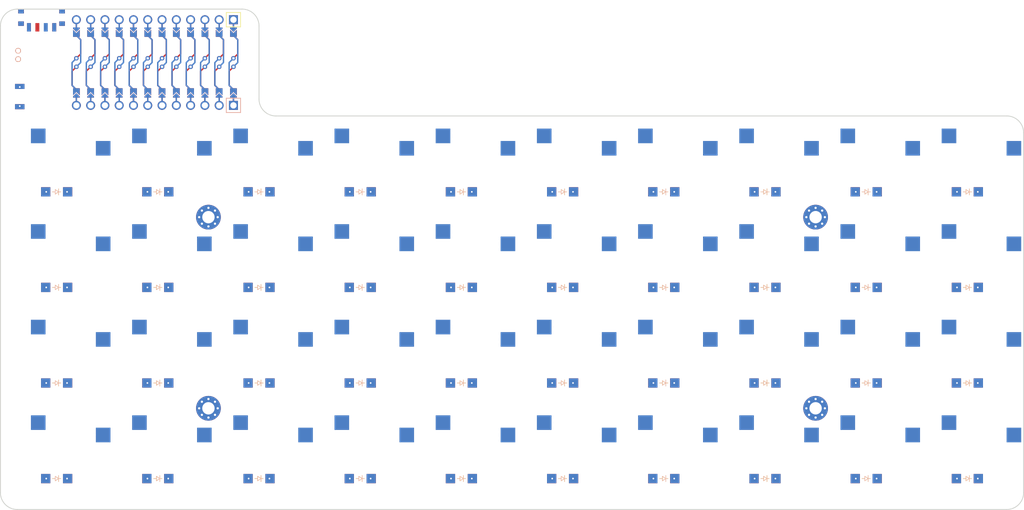
<source format=kicad_pcb>
(kicad_pcb (version 20171130) (host pcbnew 5.1.6)
  (title_block (title smcboard) (rev v1.0.0) (company Unknown))
  (layers (0 F.Cu signal) (31 B.Cu signal) (34 B.Paste user) (35 F.Paste user) (36 B.SilkS user) (37 F.SilkS user) (38 B.Mask user) (39 F.Mask user) (44 Edge.Cuts user))
  (net 0 "")
  (net 1 "RAW")
  (net 2 "GND")
  (net 3 "RST")
  (net 4 "VCC")
  (net 5 "P21")
  (net 6 "P20")
  (net 7 "P19")
  (net 8 "P18")
  (net 9 "P15")
  (net 10 "P14")
  (net 11 "P16")
  (net 12 "P10")
  (net 13 "P1")
  (net 14 "P0")
  (net 15 "P2")
  (net 16 "P3")
  (net 17 "P4")
  (net 18 "P5")
  (net 19 "P6")
  (net 20 "P7")
  (net 21 "P8")
  (net 22 "P9")
  (net 23 "pos")
  (net 24 "lpinky_mods")
  (net 25 "lpinky_bottom")
  (net 26 "lpinky_home")
  (net 27 "lpinky_top")
  (net 28 "lring_mods")
  (net 29 "lring_bottom")
  (net 30 "lring_home")
  (net 31 "lring_top")
  (net 32 "lmiddle_mods")
  (net 33 "lmiddle_bottom")
  (net 34 "lmiddle_home")
  (net 35 "lmiddle_top")
  (net 36 "lindex_mods")
  (net 37 "lindex_bottom")
  (net 38 "lindex_home")
  (net 39 "lindex_top")
  (net 40 "linner_mods")
  (net 41 "linner_bottom")
  (net 42 "linner_home")
  (net 43 "linner_top")
  (net 44 "rinner_mods")
  (net 45 "rinner_bottom")
  (net 46 "rinner_home")
  (net 47 "rinner_top")
  (net 48 "rindex_mods")
  (net 49 "rindex_bottom")
  (net 50 "rindex_home")
  (net 51 "rindex_top")
  (net 52 "rmiddle_mods")
  (net 53 "rmiddle_bottom")
  (net 54 "rmiddle_home")
  (net 55 "rmiddle_top")
  (net 56 "rring_mods")
  (net 57 "rring_bottom")
  (net 58 "rring_home")
  (net 59 "rring_top")
  (net 60 "rpinky_mods")
  (net 61 "rpinky_bottom")
  (net 62 "rpinky_home")
  (net 63 "rpinky_top")
  (module ProMicro (layer F.Cu) (at 17.48 -70 180)
    (fp_text reference "MCU1" hide)
    (pad 2 smd custom (at -11.43 -0.762 180) (size 0.25 0.25) (layers F.Cu) (options (clearance outline) (anchor circle)) (primitives (gr_line (start 0 0) (end 0.766 -0.766) (width 0.25)) (gr_line (start 0.766 -0.766) (end 0.766 -3.298) (width 0.25)) (gr_line (start 0.766 -3.298) (end 0 -4.064) (width 0.25))) (net 2 "GND"))
    (pad "" thru_hole circle (at -13.97 7.62) (size 1.6 1.6) (drill 1.1) (layers *.Cu *.Mask))
    (pad "" thru_hole circle (at -11.43 7.62) (size 1.6 1.6) (drill 1.1) (layers *.Cu *.Mask))
    (pad "" thru_hole circle (at -8.89 7.62) (size 1.6 1.6) (drill 1.1) (layers *.Cu *.Mask))
    (pad "" thru_hole circle (at -6.35 7.62) (size 1.6 1.6) (drill 1.1) (layers *.Cu *.Mask))
    (pad "" thru_hole circle (at -3.81 7.62) (size 1.6 1.6) (drill 1.1) (layers *.Cu *.Mask))
    (pad "" thru_hole circle (at -1.27 7.62) (size 1.6 1.6) (drill 1.1) (layers *.Cu *.Mask))
    (pad "" thru_hole circle (at 1.27 7.62) (size 1.6 1.6) (drill 1.1) (layers *.Cu *.Mask))
    (pad "" thru_hole circle (at 3.81 7.62) (size 1.6 1.6) (drill 1.1) (layers *.Cu *.Mask))
    (pad "" thru_hole circle (at 6.35 7.62) (size 1.6 1.6) (drill 1.1) (layers *.Cu *.Mask))
    (pad "" thru_hole circle (at 8.89 7.62) (size 1.6 1.6) (drill 1.1) (layers *.Cu *.Mask))
    (pad "" thru_hole circle (at 11.43 7.62) (size 1.6 1.6) (drill 1.1) (layers *.Cu *.Mask))
    (pad "" thru_hole circle (at 13.97 7.62) (size 1.6 1.6) (drill 1.1) (layers *.Cu *.Mask))
    (pad "" thru_hole circle (at 13.97 -7.62) (size 1.6 1.6) (drill 1.1) (layers *.Cu *.Mask))
    (pad "" thru_hole circle (at 11.43 -7.62) (size 1.6 1.6) (drill 1.1) (layers *.Cu *.Mask))
    (pad "" thru_hole circle (at 8.89 -7.62) (size 1.6 1.6) (drill 1.1) (layers *.Cu *.Mask))
    (pad "" thru_hole circle (at 6.35 -7.62) (size 1.6 1.6) (drill 1.1) (layers *.Cu *.Mask))
    (pad "" thru_hole circle (at 3.81 -7.62) (size 1.6 1.6) (drill 1.1) (layers *.Cu *.Mask))
    (pad "" thru_hole circle (at 1.27 -7.62) (size 1.6 1.6) (drill 1.1) (layers *.Cu *.Mask))
    (pad "" thru_hole circle (at -1.27 -7.62) (size 1.6 1.6) (drill 1.1) (layers *.Cu *.Mask))
    (pad "" thru_hole circle (at -3.81 -7.62) (size 1.6 1.6) (drill 1.1) (layers *.Cu *.Mask))
    (pad "" thru_hole circle (at -6.35 -7.62) (size 1.6 1.6) (drill 1.1) (layers *.Cu *.Mask))
    (pad "" thru_hole circle (at -8.89 -7.62) (size 1.6 1.6) (drill 1.1) (layers *.Cu *.Mask))
    (pad "" thru_hole circle (at -11.43 -7.62) (size 1.6 1.6) (drill 1.1) (layers *.Cu *.Mask))
    (pad "" thru_hole circle (at -13.97 -7.62) (size 1.6 1.6) (drill 1.1) (layers *.Cu *.Mask))
    (pad "" smd custom (at -13.97 5.842 360) (size 0.1 0.1) (layers F.Cu F.Mask) (clearance 0.1) (options (clearance outline) (anchor rect)) (primitives (gr_poly (pts (xy 0.6 -0.4) (xy -0.6 -0.4) (xy -0.6 -0.2) (xy 0 0.4) (xy 0.6 -0.2)) (width 0))))
    (pad 24 smd custom (at -13.97 4.826 360) (size 1.2 0.5) (layers F.Cu F.Mask) (net 13 "P1") (clearance 0.1) (options (clearance outline) (anchor rect)) (primitives (gr_poly (pts (xy 0.6 0) (xy -0.6 0) (xy -0.6 -1) (xy 0 -0.4) (xy 0.6 -1)) (width 0))))
    (pad "" smd custom (at -13.97 6.35 360) (size 0.25 1) (layers F.Cu) (options (clearance outline) (anchor rect)) (primitives))
    (pad "" thru_hole rect (at -13.97 7.62 180) (size 1.6 1.6) (drill 1.1) (layers F.Cu F.Mask))
    (pad "" thru_hole rect (at -13.97 -7.62 180) (size 1.6 1.6) (drill 1.1) (layers B.Cu B.Mask))
    (pad "" smd custom (at -11.43 6.35 360) (size 0.25 1) (layers F.Cu) (options (clearance outline) (anchor rect)) (primitives))
    (pad "" smd custom (at -11.43 5.842 360) (size 0.1 0.1) (layers F.Cu F.Mask) (clearance 0.1) (options (clearance outline) (anchor rect)) (primitives (gr_poly (pts (xy 0.6 -0.4) (xy -0.6 -0.4) (xy -0.6 -0.2) (xy 0 0.4) (xy 0.6 -0.2)) (width 0))))
    (pad 23 smd custom (at -11.43 4.826 360) (size 1.2 0.5) (layers F.Cu F.Mask) (net 14 "P0") (clearance 0.1) (options (clearance outline) (anchor rect)) (primitives (gr_poly (pts (xy 0.6 0) (xy -0.6 0) (xy -0.6 -1) (xy 0 -0.4) (xy 0.6 -1)) (width 0))))
    (pad "" smd custom (at -8.89 6.35 360) (size 0.25 1) (layers F.Cu) (options (clearance outline) (anchor rect)) (primitives))
    (pad "" smd custom (at -8.89 5.842 360) (size 0.1 0.1) (layers F.Cu F.Mask) (clearance 0.1) (options (clearance outline) (anchor rect)) (primitives (gr_poly (pts (xy 0.6 -0.4) (xy -0.6 -0.4) (xy -0.6 -0.2) (xy 0 0.4) (xy 0.6 -0.2)) (width 0))))
    (pad 22 smd custom (at -8.89 4.826 360) (size 1.2 0.5) (layers F.Cu F.Mask) (net 2 "GND") (clearance 0.1) (options (clearance outline) (anchor rect)) (primitives (gr_poly (pts (xy 0.6 0) (xy -0.6 0) (xy -0.6 -1) (xy 0 -0.4) (xy 0.6 -1)) (width 0))))
    (pad "" smd custom (at -6.35 6.35 360) (size 0.25 1) (layers F.Cu) (options (clearance outline) (anchor rect)) (primitives))
    (pad "" smd custom (at -6.35 5.842 360) (size 0.1 0.1) (layers F.Cu F.Mask) (clearance 0.1) (options (clearance outline) (anchor rect)) (primitives (gr_poly (pts (xy 0.6 -0.4) (xy -0.6 -0.4) (xy -0.6 -0.2) (xy 0 0.4) (xy 0.6 -0.2)) (width 0))))
    (pad 21 smd custom (at -6.35 4.826 360) (size 1.2 0.5) (layers F.Cu F.Mask) (net 2 "GND") (clearance 0.1) (options (clearance outline) (anchor rect)) (primitives (gr_poly (pts (xy 0.6 0) (xy -0.6 0) (xy -0.6 -1) (xy 0 -0.4) (xy 0.6 -1)) (width 0))))
    (pad "" smd custom (at -3.81 6.35 360) (size 0.25 1) (layers F.Cu) (options (clearance outline) (anchor rect)) (primitives))
    (pad "" smd custom (at -3.81 5.842 360) (size 0.1 0.1) (layers F.Cu F.Mask) (clearance 0.1) (options (clearance outline) (anchor rect)) (primitives (gr_poly (pts (xy 0.6 -0.4) (xy -0.6 -0.4) (xy -0.6 -0.2) (xy 0 0.4) (xy 0.6 -0.2)) (width 0))))
    (pad 20 smd custom (at -3.81 4.826 360) (size 1.2 0.5) (layers F.Cu F.Mask) (net 15 "P2") (clearance 0.1) (options (clearance outline) (anchor rect)) (primitives (gr_poly (pts (xy 0.6 0) (xy -0.6 0) (xy -0.6 -1) (xy 0 -0.4) (xy 0.6 -1)) (width 0))))
    (pad "" smd custom (at -1.27 6.35 360) (size 0.25 1) (layers F.Cu) (options (clearance outline) (anchor rect)) (primitives))
    (pad "" smd custom (at -1.27 5.842 360) (size 0.1 0.1) (layers F.Cu F.Mask) (clearance 0.1) (options (clearance outline) (anchor rect)) (primitives (gr_poly (pts (xy 0.6 -0.4) (xy -0.6 -0.4) (xy -0.6 -0.2) (xy 0 0.4) (xy 0.6 -0.2)) (width 0))))
    (pad 19 smd custom (at -1.27 4.826 360) (size 1.2 0.5) (layers F.Cu F.Mask) (net 16 "P3") (clearance 0.1) (options (clearance outline) (anchor rect)) (primitives (gr_poly (pts (xy 0.6 0) (xy -0.6 0) (xy -0.6 -1) (xy 0 -0.4) (xy 0.6 -1)) (width 0))))
    (pad "" smd custom (at 1.27 6.35 360) (size 0.25 1) (layers F.Cu) (options (clearance outline) (anchor rect)) (primitives))
    (pad "" smd custom (at 1.27 5.842 360) (size 0.1 0.1) (layers F.Cu F.Mask) (clearance 0.1) (options (clearance outline) (anchor rect)) (primitives (gr_poly (pts (xy 0.6 -0.4) (xy -0.6 -0.4) (xy -0.6 -0.2) (xy 0 0.4) (xy 0.6 -0.2)) (width 0))))
    (pad 18 smd custom (at 1.27 4.826 360) (size 1.2 0.5) (layers F.Cu F.Mask) (net 17 "P4") (clearance 0.1) (options (clearance outline) (anchor rect)) (primitives (gr_poly (pts (xy 0.6 0) (xy -0.6 0) (xy -0.6 -1) (xy 0 -0.4) (xy 0.6 -1)) (width 0))))
    (pad "" smd custom (at 3.81 6.35 360) (size 0.25 1) (layers F.Cu) (options (clearance outline) (anchor rect)) (primitives))
    (pad "" smd custom (at 3.81 5.842 360) (size 0.1 0.1) (layers F.Cu F.Mask) (clearance 0.1) (options (clearance outline) (anchor rect)) (primitives (gr_poly (pts (xy 0.6 -0.4) (xy -0.6 -0.4) (xy -0.6 -0.2) (xy 0 0.4) (xy 0.6 -0.2)) (width 0))))
    (pad 17 smd custom (at 3.81 4.826 360) (size 1.2 0.5) (layers F.Cu F.Mask) (net 18 "P5") (clearance 0.1) (options (clearance outline) (anchor rect)) (primitives (gr_poly (pts (xy 0.6 0) (xy -0.6 0) (xy -0.6 -1) (xy 0 -0.4) (xy 0.6 -1)) (width 0))))
    (pad "" smd custom (at 6.35 6.35 360) (size 0.25 1) (layers F.Cu) (options (clearance outline) (anchor rect)) (primitives))
    (pad "" smd custom (at 6.35 5.842 360) (size 0.1 0.1) (layers F.Cu F.Mask) (clearance 0.1) (options (clearance outline) (anchor rect)) (primitives (gr_poly (pts (xy 0.6 -0.4) (xy -0.6 -0.4) (xy -0.6 -0.2) (xy 0 0.4) (xy 0.6 -0.2)) (width 0))))
    (pad 16 smd custom (at 6.35 4.826 360) (size 1.2 0.5) (layers F.Cu F.Mask) (net 19 "P6") (clearance 0.1) (options (clearance outline) (anchor rect)) (primitives (gr_poly (pts (xy 0.6 0) (xy -0.6 0) (xy -0.6 -1) (xy 0 -0.4) (xy 0.6 -1)) (width 0))))
    (pad "" smd custom (at 8.89 6.35 360) (size 0.25 1) (layers F.Cu) (options (clearance outline) (anchor rect)) (primitives))
    (pad "" smd custom (at 8.89 5.842 360) (size 0.1 0.1) (layers F.Cu F.Mask) (clearance 0.1) (options (clearance outline) (anchor rect)) (primitives (gr_poly (pts (xy 0.6 -0.4) (xy -0.6 -0.4) (xy -0.6 -0.2) (xy 0 0.4) (xy 0.6 -0.2)) (width 0))))
    (pad 15 smd custom (at 8.89 4.826 360) (size 1.2 0.5) (layers F.Cu F.Mask) (net 20 "P7") (clearance 0.1) (options (clearance outline) (anchor rect)) (primitives (gr_poly (pts (xy 0.6 0) (xy -0.6 0) (xy -0.6 -1) (xy 0 -0.4) (xy 0.6 -1)) (width 0))))
    (pad "" smd custom (at 11.43 6.35 360) (size 0.25 1) (layers F.Cu) (options (clearance outline) (anchor rect)) (primitives))
    (pad "" smd custom (at 11.43 5.842 360) (size 0.1 0.1) (layers F.Cu F.Mask) (clearance 0.1) (options (clearance outline) (anchor rect)) (primitives (gr_poly (pts (xy 0.6 -0.4) (xy -0.6 -0.4) (xy -0.6 -0.2) (xy 0 0.4) (xy 0.6 -0.2)) (width 0))))
    (pad 14 smd custom (at 11.43 4.826 360) (size 1.2 0.5) (layers F.Cu F.Mask) (net 21 "P8") (clearance 0.1) (options (clearance outline) (anchor rect)) (primitives (gr_poly (pts (xy 0.6 0) (xy -0.6 0) (xy -0.6 -1) (xy 0 -0.4) (xy 0.6 -1)) (width 0))))
    (pad "" smd custom (at 13.97 6.35 360) (size 0.25 1) (layers F.Cu) (options (clearance outline) (anchor rect)) (primitives))
    (pad "" smd custom (at 13.97 5.842 360) (size 0.1 0.1) (layers F.Cu F.Mask) (clearance 0.1) (options (clearance outline) (anchor rect)) (primitives (gr_poly (pts (xy 0.6 -0.4) (xy -0.6 -0.4) (xy -0.6 -0.2) (xy 0 0.4) (xy 0.6 -0.2)) (width 0))))
    (pad 13 smd custom (at 13.97 4.826 360) (size 1.2 0.5) (layers F.Cu F.Mask) (net 22 "P9") (clearance 0.1) (options (clearance outline) (anchor rect)) (primitives (gr_poly (pts (xy 0.6 0) (xy -0.6 0) (xy -0.6 -1) (xy 0 -0.4) (xy 0.6 -1)) (width 0))))
    (pad 1 smd custom (at -13.97 -4.826 180) (size 1.2 0.5) (layers F.Cu F.Mask) (net 1 "RAW") (clearance 0.1) (options (clearance outline) (anchor rect)) (primitives (gr_poly (pts (xy 0.6 0) (xy -0.6 0) (xy -0.6 -1) (xy 0 -0.4) (xy 0.6 -1)) (width 0))))
    (pad 3 smd custom (at -8.89 -4.826 180) (size 1.2 0.5) (layers F.Cu F.Mask) (net 3 "RST") (clearance 0.1) (options (clearance outline) (anchor rect)) (primitives (gr_poly (pts (xy 0.6 0) (xy -0.6 0) (xy -0.6 -1) (xy 0 -0.4) (xy 0.6 -1)) (width 0))))
    (pad "" smd custom (at -8.89 -6.35 180) (size 0.25 1) (layers F.Cu) (options (clearance outline) (anchor rect)) (primitives))
    (pad "" smd custom (at -8.89 -5.842 180) (size 0.1 0.1) (layers F.Cu F.Mask) (clearance 0.1) (options (clearance outline) (anchor rect)) (primitives (gr_poly (pts (xy 0.6 -0.4) (xy -0.6 -0.4) (xy -0.6 -0.2) (xy 0 0.4) (xy 0.6 -0.2)) (width 0))))
    (pad "" smd custom (at -13.97 -5.842 180) (size 0.1 0.1) (layers F.Cu F.Mask) (clearance 0.1) (options (clearance outline) (anchor rect)) (primitives (gr_poly (pts (xy 0.6 -0.4) (xy -0.6 -0.4) (xy -0.6 -0.2) (xy 0 0.4) (xy 0.6 -0.2)) (width 0))))
    (pad "" smd custom (at -11.43 -6.35 180) (size 0.25 1) (layers F.Cu) (options (clearance outline) (anchor rect)) (primitives))
    (pad 2 smd custom (at -11.43 -4.826 180) (size 1.2 0.5) (layers F.Cu F.Mask) (net 2 "GND") (clearance 0.1) (options (clearance outline) (anchor rect)) (primitives (gr_poly (pts (xy 0.6 0) (xy -0.6 0) (xy -0.6 -1) (xy 0 -0.4) (xy 0.6 -1)) (width 0))))
    (pad "" smd custom (at -13.97 -6.35 180) (size 0.25 1) (layers F.Cu) (options (clearance outline) (anchor rect)) (primitives))
    (pad 4 smd custom (at -6.35 -4.826 180) (size 1.2 0.5) (layers F.Cu F.Mask) (net 4 "VCC") (clearance 0.1) (options (clearance outline) (anchor rect)) (primitives (gr_poly (pts (xy 0.6 0) (xy -0.6 0) (xy -0.6 -1) (xy 0 -0.4) (xy 0.6 -1)) (width 0))))
    (pad "" smd custom (at -11.43 -5.842 180) (size 0.1 0.1) (layers F.Cu F.Mask) (clearance 0.1) (options (clearance outline) (anchor rect)) (primitives (gr_poly (pts (xy 0.6 -0.4) (xy -0.6 -0.4) (xy -0.6 -0.2) (xy 0 0.4) (xy 0.6 -0.2)) (width 0))))
    (pad "" smd custom (at -6.35 -5.842 180) (size 0.1 0.1) (layers F.Cu F.Mask) (clearance 0.1) (options (clearance outline) (anchor rect)) (primitives (gr_poly (pts (xy 0.6 -0.4) (xy -0.6 -0.4) (xy -0.6 -0.2) (xy 0 0.4) (xy 0.6 -0.2)) (width 0))))
    (pad 6 smd custom (at -1.27 -4.826 180) (size 1.2 0.5) (layers F.Cu F.Mask) (net 6 "P20") (clearance 0.1) (options (clearance outline) (anchor rect)) (primitives (gr_poly (pts (xy 0.6 0) (xy -0.6 0) (xy -0.6 -1) (xy 0 -0.4) (xy 0.6 -1)) (width 0))))
    (pad 7 smd custom (at 1.27 -4.826 180) (size 1.2 0.5) (layers F.Cu F.Mask) (net 7 "P19") (clearance 0.1) (options (clearance outline) (anchor rect)) (primitives (gr_poly (pts (xy 0.6 0) (xy -0.6 0) (xy -0.6 -1) (xy 0 -0.4) (xy 0.6 -1)) (width 0))))
    (pad "" smd custom (at 13.97 -6.35 180) (size 0.25 1) (layers F.Cu) (options (clearance outline) (anchor rect)) (primitives))
    (pad "" smd custom (at 1.27 -5.842 180) (size 0.1 0.1) (layers F.Cu F.Mask) (clearance 0.1) (options (clearance outline) (anchor rect)) (primitives (gr_poly (pts (xy 0.6 -0.4) (xy -0.6 -0.4) (xy -0.6 -0.2) (xy 0 0.4) (xy 0.6 -0.2)) (width 0))))
    (pad "" smd custom (at 8.89 -6.35 180) (size 0.25 1) (layers F.Cu) (options (clearance outline) (anchor rect)) (primitives))
    (pad 8 smd custom (at 3.81 -4.826 180) (size 1.2 0.5) (layers F.Cu F.Mask) (net 8 "P18") (clearance 0.1) (options (clearance outline) (anchor rect)) (primitives (gr_poly (pts (xy 0.6 0) (xy -0.6 0) (xy -0.6 -1) (xy 0 -0.4) (xy 0.6 -1)) (width 0))))
    (pad "" smd custom (at 1.27 -6.35 180) (size 0.25 1) (layers F.Cu) (options (clearance outline) (anchor rect)) (primitives))
    (pad 12 smd custom (at 13.97 -4.826 180) (size 1.2 0.5) (layers F.Cu F.Mask) (net 12 "P10") (clearance 0.1) (options (clearance outline) (anchor rect)) (primitives (gr_poly (pts (xy 0.6 0) (xy -0.6 0) (xy -0.6 -1) (xy 0 -0.4) (xy 0.6 -1)) (width 0))))
    (pad "" smd custom (at 3.81 -5.842 180) (size 0.1 0.1) (layers F.Cu F.Mask) (clearance 0.1) (options (clearance outline) (anchor rect)) (primitives (gr_poly (pts (xy 0.6 -0.4) (xy -0.6 -0.4) (xy -0.6 -0.2) (xy 0 0.4) (xy 0.6 -0.2)) (width 0))))
    (pad "" smd custom (at 6.35 -6.35 180) (size 0.25 1) (layers F.Cu) (options (clearance outline) (anchor rect)) (primitives))
    (pad "" smd custom (at 13.97 -5.842 180) (size 0.1 0.1) (layers F.Cu F.Mask) (clearance 0.1) (options (clearance outline) (anchor rect)) (primitives (gr_poly (pts (xy 0.6 -0.4) (xy -0.6 -0.4) (xy -0.6 -0.2) (xy 0 0.4) (xy 0.6 -0.2)) (width 0))))
    (pad "" smd custom (at -3.81 -6.35 180) (size 0.25 1) (layers F.Cu) (options (clearance outline) (anchor rect)) (primitives))
    (pad "" smd custom (at 3.81 -6.35 180) (size 0.25 1) (layers F.Cu) (options (clearance outline) (anchor rect)) (primitives))
    (pad "" smd custom (at -1.27 -6.35 180) (size 0.25 1) (layers F.Cu) (options (clearance outline) (anchor rect)) (primitives))
    (pad 9 smd custom (at 6.35 -4.826 180) (size 1.2 0.5) (layers F.Cu F.Mask) (net 9 "P15") (clearance 0.1) (options (clearance outline) (anchor rect)) (primitives (gr_poly (pts (xy 0.6 0) (xy -0.6 0) (xy -0.6 -1) (xy 0 -0.4) (xy 0.6 -1)) (width 0))))
    (pad "" smd custom (at -6.35 -6.35 180) (size 0.25 1) (layers F.Cu) (options (clearance outline) (anchor rect)) (primitives))
    (pad "" smd custom (at -3.81 -5.842 180) (size 0.1 0.1) (layers F.Cu F.Mask) (clearance 0.1) (options (clearance outline) (anchor rect)) (primitives (gr_poly (pts (xy 0.6 -0.4) (xy -0.6 -0.4) (xy -0.6 -0.2) (xy 0 0.4) (xy 0.6 -0.2)) (width 0))))
    (pad "" smd custom (at -1.27 -5.842 180) (size 0.1 0.1) (layers F.Cu F.Mask) (clearance 0.1) (options (clearance outline) (anchor rect)) (primitives (gr_poly (pts (xy 0.6 -0.4) (xy -0.6 -0.4) (xy -0.6 -0.2) (xy 0 0.4) (xy 0.6 -0.2)) (width 0))))
    (pad "" smd custom (at 6.35 -5.842 180) (size 0.1 0.1) (layers F.Cu F.Mask) (clearance 0.1) (options (clearance outline) (anchor rect)) (primitives (gr_poly (pts (xy 0.6 -0.4) (xy -0.6 -0.4) (xy -0.6 -0.2) (xy 0 0.4) (xy 0.6 -0.2)) (width 0))))
    (pad 10 smd custom (at 8.89 -4.826 180) (size 1.2 0.5) (layers F.Cu F.Mask) (net 10 "P14") (clearance 0.1) (options (clearance outline) (anchor rect)) (primitives (gr_poly (pts (xy 0.6 0) (xy -0.6 0) (xy -0.6 -1) (xy 0 -0.4) (xy 0.6 -1)) (width 0))))
    (pad "" smd custom (at 8.89 -5.842 180) (size 0.1 0.1) (layers F.Cu F.Mask) (clearance 0.1) (options (clearance outline) (anchor rect)) (primitives (gr_poly (pts (xy 0.6 -0.4) (xy -0.6 -0.4) (xy -0.6 -0.2) (xy 0 0.4) (xy 0.6 -0.2)) (width 0))))
    (pad "" smd custom (at 11.43 -5.842 180) (size 0.1 0.1) (layers F.Cu F.Mask) (clearance 0.1) (options (clearance outline) (anchor rect)) (primitives (gr_poly (pts (xy 0.6 -0.4) (xy -0.6 -0.4) (xy -0.6 -0.2) (xy 0 0.4) (xy 0.6 -0.2)) (width 0))))
    (pad 11 smd custom (at 11.43 -4.826 180) (size 1.2 0.5) (layers F.Cu F.Mask) (net 11 "P16") (clearance 0.1) (options (clearance outline) (anchor rect)) (primitives (gr_poly (pts (xy 0.6 0) (xy -0.6 0) (xy -0.6 -1) (xy 0 -0.4) (xy 0.6 -1)) (width 0))))
    (pad "" smd custom (at 11.43 -6.35 180) (size 0.25 1) (layers F.Cu) (options (clearance outline) (anchor rect)) (primitives))
    (pad 5 smd custom (at -3.81 -4.826 180) (size 1.2 0.5) (layers F.Cu F.Mask) (net 5 "P21") (clearance 0.1) (options (clearance outline) (anchor rect)) (primitives (gr_poly (pts (xy 0.6 0) (xy -0.6 0) (xy -0.6 -1) (xy 0 -0.4) (xy 0.6 -1)) (width 0))))
    (pad "" smd custom (at -13.97 6.35 360) (size 0.25 1) (layers B.Cu) (options (clearance outline) (anchor rect)) (primitives))
    (pad 1 smd custom (at -13.97 4.826 360) (size 1.2 0.5) (layers B.Cu B.Mask) (net 1 "RAW") (clearance 0.1) (options (clearance outline) (anchor rect)) (primitives (gr_poly (pts (xy 0.6 0) (xy -0.6 0) (xy -0.6 -1) (xy 0 -0.4) (xy 0.6 -1)) (width 0))))
    (pad "" smd custom (at -13.97 5.842 360) (size 0.1 0.1) (layers B.Cu B.Mask) (clearance 0.1) (options (clearance outline) (anchor rect)) (primitives (gr_poly (pts (xy 0.6 -0.4) (xy -0.6 -0.4) (xy -0.6 -0.2) (xy 0 0.4) (xy 0.6 -0.2)) (width 0))))
    (pad "" smd custom (at -11.43 6.35 360) (size 0.25 1) (layers B.Cu) (options (clearance outline) (anchor rect)) (primitives))
    (pad "" smd custom (at -11.43 5.842 360) (size 0.1 0.1) (layers B.Cu B.Mask) (clearance 0.1) (options (clearance outline) (anchor rect)) (primitives (gr_poly (pts (xy 0.6 -0.4) (xy -0.6 -0.4) (xy -0.6 -0.2) (xy 0 0.4) (xy 0.6 -0.2)) (width 0))))
    (pad 2 smd custom (at -11.43 4.826 360) (size 1.2 0.5) (layers B.Cu B.Mask) (clearance 0.1) (options (clearance outline) (anchor rect)) (primitives (gr_poly (pts (xy 0.6 0) (xy -0.6 0) (xy -0.6 -1) (xy 0 -0.4) (xy 0.6 -1)) (width 0))))
    (pad "" smd custom (at -8.89 6.35 360) (size 0.25 1) (layers B.Cu) (options (clearance outline) (anchor rect)) (primitives))
    (pad "" smd custom (at -8.89 5.842 360) (size 0.1 0.1) (layers B.Cu B.Mask) (clearance 0.1) (options (clearance outline) (anchor rect)) (primitives (gr_poly (pts (xy 0.6 -0.4) (xy -0.6 -0.4) (xy -0.6 -0.2) (xy 0 0.4) (xy 0.6 -0.2)) (width 0))))
    (pad 3 smd custom (at -8.89 4.826 360) (size 1.2 0.5) (layers B.Cu B.Mask) (net 3 "RST") (clearance 0.1) (options (clearance outline) (anchor rect)) (primitives (gr_poly (pts (xy 0.6 0) (xy -0.6 0) (xy -0.6 -1) (xy 0 -0.4) (xy 0.6 -1)) (width 0))))
    (pad "" smd custom (at -6.35 6.35 360) (size 0.25 1) (layers B.Cu) (options (clearance outline) (anchor rect)) (primitives))
    (pad "" smd custom (at -6.35 5.842 360) (size 0.1 0.1) (layers B.Cu B.Mask) (clearance 0.1) (options (clearance outline) (anchor rect)) (primitives (gr_poly (pts (xy 0.6 -0.4) (xy -0.6 -0.4) (xy -0.6 -0.2) (xy 0 0.4) (xy 0.6 -0.2)) (width 0))))
    (pad 4 smd custom (at -6.35 4.826 360) (size 1.2 0.5) (layers B.Cu B.Mask) (net 4 "VCC") (clearance 0.1) (options (clearance outline) (anchor rect)) (primitives (gr_poly (pts (xy 0.6 0) (xy -0.6 0) (xy -0.6 -1) (xy 0 -0.4) (xy 0.6 -1)) (width 0))))
    (pad "" smd custom (at -3.81 6.35 360) (size 0.25 1) (layers B.Cu) (options (clearance outline) (anchor rect)) (primitives))
    (pad "" smd custom (at -3.81 5.842 360) (size 0.1 0.1) (layers B.Cu B.Mask) (clearance 0.1) (options (clearance outline) (anchor rect)) (primitives (gr_poly (pts (xy 0.6 -0.4) (xy -0.6 -0.4) (xy -0.6 -0.2) (xy 0 0.4) (xy 0.6 -0.2)) (width 0))))
    (pad 5 smd custom (at -3.81 4.826 360) (size 1.2 0.5) (layers B.Cu B.Mask) (net 5 "P21") (clearance 0.1) (options (clearance outline) (anchor rect)) (primitives (gr_poly (pts (xy 0.6 0) (xy -0.6 0) (xy -0.6 -1) (xy 0 -0.4) (xy 0.6 -1)) (width 0))))
    (pad "" smd custom (at -1.27 6.35 360) (size 0.25 1) (layers B.Cu) (options (clearance outline) (anchor rect)) (primitives))
    (pad "" smd custom (at -1.27 5.842 360) (size 0.1 0.1) (layers B.Cu B.Mask) (clearance 0.1) (options (clearance outline) (anchor rect)) (primitives (gr_poly (pts (xy 0.6 -0.4) (xy -0.6 -0.4) (xy -0.6 -0.2) (xy 0 0.4) (xy 0.6 -0.2)) (width 0))))
    (pad 6 smd custom (at -1.27 4.826 360) (size 1.2 0.5) (layers B.Cu B.Mask) (net 6 "P20") (clearance 0.1) (options (clearance outline) (anchor rect)) (primitives (gr_poly (pts (xy 0.6 0) (xy -0.6 0) (xy -0.6 -1) (xy 0 -0.4) (xy 0.6 -1)) (width 0))))
    (pad "" smd custom (at 1.27 6.35 360) (size 0.25 1) (layers B.Cu) (options (clearance outline) (anchor rect)) (primitives))
    (pad "" smd custom (at 1.27 5.842 360) (size 0.1 0.1) (layers B.Cu B.Mask) (clearance 0.1) (options (clearance outline) (anchor rect)) (primitives (gr_poly (pts (xy 0.6 -0.4) (xy -0.6 -0.4) (xy -0.6 -0.2) (xy 0 0.4) (xy 0.6 -0.2)) (width 0))))
    (pad 7 smd custom (at 1.27 4.826 360) (size 1.2 0.5) (layers B.Cu B.Mask) (net 7 "P19") (clearance 0.1) (options (clearance outline) (anchor rect)) (primitives (gr_poly (pts (xy 0.6 0) (xy -0.6 0) (xy -0.6 -1) (xy 0 -0.4) (xy 0.6 -1)) (width 0))))
    (pad "" smd custom (at 3.81 6.35 360) (size 0.25 1) (layers B.Cu) (options (clearance outline) (anchor rect)) (primitives))
    (pad "" smd custom (at 3.81 5.842 360) (size 0.1 0.1) (layers B.Cu B.Mask) (clearance 0.1) (options (clearance outline) (anchor rect)) (primitives (gr_poly (pts (xy 0.6 -0.4) (xy -0.6 -0.4) (xy -0.6 -0.2) (xy 0 0.4) (xy 0.6 -0.2)) (width 0))))
    (pad 8 smd custom (at 3.81 4.826 360) (size 1.2 0.5) (layers B.Cu B.Mask) (net 8 "P18") (clearance 0.1) (options (clearance outline) (anchor rect)) (primitives (gr_poly (pts (xy 0.6 0) (xy -0.6 0) (xy -0.6 -1) (xy 0 -0.4) (xy 0.6 -1)) (width 0))))
    (pad "" smd custom (at 6.35 6.35 360) (size 0.25 1) (layers B.Cu) (options (clearance outline) (anchor rect)) (primitives))
    (pad "" smd custom (at 6.35 5.842 360) (size 0.1 0.1) (layers B.Cu B.Mask) (clearance 0.1) (options (clearance outline) (anchor rect)) (primitives (gr_poly (pts (xy 0.6 -0.4) (xy -0.6 -0.4) (xy -0.6 -0.2) (xy 0 0.4) (xy 0.6 -0.2)) (width 0))))
    (pad 9 smd custom (at 6.35 4.826 360) (size 1.2 0.5) (layers B.Cu B.Mask) (net 9 "P15") (clearance 0.1) (options (clearance outline) (anchor rect)) (primitives (gr_poly (pts (xy 0.6 0) (xy -0.6 0) (xy -0.6 -1) (xy 0 -0.4) (xy 0.6 -1)) (width 0))))
    (pad "" smd custom (at 8.89 6.35 360) (size 0.25 1) (layers B.Cu) (options (clearance outline) (anchor rect)) (primitives))
    (pad "" smd custom (at 8.89 5.842 360) (size 0.1 0.1) (layers B.Cu B.Mask) (clearance 0.1) (options (clearance outline) (anchor rect)) (primitives (gr_poly (pts (xy 0.6 -0.4) (xy -0.6 -0.4) (xy -0.6 -0.2) (xy 0 0.4) (xy 0.6 -0.2)) (width 0))))
    (pad 10 smd custom (at 8.89 4.826 360) (size 1.2 0.5) (layers B.Cu B.Mask) (net 10 "P14") (clearance 0.1) (options (clearance outline) (anchor rect)) (primitives (gr_poly (pts (xy 0.6 0) (xy -0.6 0) (xy -0.6 -1) (xy 0 -0.4) (xy 0.6 -1)) (width 0))))
    (pad "" smd custom (at 11.43 6.35 360) (size 0.25 1) (layers B.Cu) (options (clearance outline) (anchor rect)) (primitives))
    (pad "" smd custom (at 11.43 5.842 360) (size 0.1 0.1) (layers B.Cu B.Mask) (clearance 0.1) (options (clearance outline) (anchor rect)) (primitives (gr_poly (pts (xy 0.6 -0.4) (xy -0.6 -0.4) (xy -0.6 -0.2) (xy 0 0.4) (xy 0.6 -0.2)) (width 0))))
    (pad 11 smd custom (at 11.43 4.826 360) (size 1.2 0.5) (layers B.Cu B.Mask) (net 11 "P16") (clearance 0.1) (options (clearance outline) (anchor rect)) (primitives (gr_poly (pts (xy 0.6 0) (xy -0.6 0) (xy -0.6 -1) (xy 0 -0.4) (xy 0.6 -1)) (width 0))))
    (pad "" smd custom (at 13.97 6.35 360) (size 0.25 1) (layers B.Cu) (options (clearance outline) (anchor rect)) (primitives))
    (pad "" smd custom (at 13.97 5.842 360) (size 0.1 0.1) (layers B.Cu B.Mask) (clearance 0.1) (options (clearance outline) (anchor rect)) (primitives (gr_poly (pts (xy 0.6 -0.4) (xy -0.6 -0.4) (xy -0.6 -0.2) (xy 0 0.4) (xy 0.6 -0.2)) (width 0))))
    (pad 12 smd custom (at 13.97 4.826 360) (size 1.2 0.5) (layers B.Cu B.Mask) (net 12 "P10") (clearance 0.1) (options (clearance outline) (anchor rect)) (primitives (gr_poly (pts (xy 0.6 0) (xy -0.6 0) (xy -0.6 -1) (xy 0 -0.4) (xy 0.6 -1)) (width 0))))
    (pad "" smd custom (at -13.97 -6.35 180) (size 0.25 1) (layers B.Cu) (options (clearance outline) (anchor rect)) (primitives))
    (pad "" smd custom (at -13.97 -5.842 180) (size 0.1 0.1) (layers B.Cu B.Mask) (clearance 0.1) (options (clearance outline) (anchor rect)) (primitives (gr_poly (pts (xy 0.6 -0.4) (xy -0.6 -0.4) (xy -0.6 -0.2) (xy 0 0.4) (xy 0.6 -0.2)) (width 0))))
    (pad 24 smd custom (at -13.97 -4.826 180) (size 1.2 0.5) (layers B.Cu B.Mask) (net 13 "P1") (clearance 0.1) (options (clearance outline) (anchor rect)) (primitives (gr_poly (pts (xy 0.6 0) (xy -0.6 0) (xy -0.6 -1) (xy 0 -0.4) (xy 0.6 -1)) (width 0))))
    (pad 23 smd custom (at -11.43 -4.826 180) (size 1.2 0.5) (layers B.Cu B.Mask) (net 14 "P0") (clearance 0.1) (options (clearance outline) (anchor rect)) (primitives (gr_poly (pts (xy 0.6 0) (xy -0.6 0) (xy -0.6 -1) (xy 0 -0.4) (xy 0.6 -1)) (width 0))))
    (pad "" smd custom (at -11.43 -6.35 180) (size 0.25 1) (layers B.Cu) (options (clearance outline) (anchor rect)) (primitives))
    (pad "" smd custom (at -11.43 -5.842 180) (size 0.1 0.1) (layers B.Cu B.Mask) (clearance 0.1) (options (clearance outline) (anchor rect)) (primitives (gr_poly (pts (xy 0.6 -0.4) (xy -0.6 -0.4) (xy -0.6 -0.2) (xy 0 0.4) (xy 0.6 -0.2)) (width 0))))
    (pad 22 smd custom (at -8.89 -4.826 180) (size 1.2 0.5) (layers B.Cu B.Mask) (net 2 "GND") (clearance 0.1) (options (clearance outline) (anchor rect)) (primitives (gr_poly (pts (xy 0.6 0) (xy -0.6 0) (xy -0.6 -1) (xy 0 -0.4) (xy 0.6 -1)) (width 0))))
    (pad "" smd custom (at -8.89 -6.35 180) (size 0.25 1) (layers B.Cu) (options (clearance outline) (anchor rect)) (primitives))
    (pad "" smd custom (at -8.89 -5.842 180) (size 0.1 0.1) (layers B.Cu B.Mask) (clearance 0.1) (options (clearance outline) (anchor rect)) (primitives (gr_poly (pts (xy 0.6 -0.4) (xy -0.6 -0.4) (xy -0.6 -0.2) (xy 0 0.4) (xy 0.6 -0.2)) (width 0))))
    (pad 21 smd custom (at -6.35 -4.826 180) (size 1.2 0.5) (layers B.Cu B.Mask) (net 2 "GND") (clearance 0.1) (options (clearance outline) (anchor rect)) (primitives (gr_poly (pts (xy 0.6 0) (xy -0.6 0) (xy -0.6 -1) (xy 0 -0.4) (xy 0.6 -1)) (width 0))))
    (pad "" smd custom (at -6.35 -6.35 180) (size 0.25 1) (layers B.Cu) (options (clearance outline) (anchor rect)) (primitives))
    (pad "" smd custom (at -6.35 -5.842 180) (size 0.1 0.1) (layers B.Cu B.Mask) (clearance 0.1) (options (clearance outline) (anchor rect)) (primitives (gr_poly (pts (xy 0.6 -0.4) (xy -0.6 -0.4) (xy -0.6 -0.2) (xy 0 0.4) (xy 0.6 -0.2)) (width 0))))
    (pad 20 smd custom (at -3.81 -4.826 180) (size 1.2 0.5) (layers B.Cu B.Mask) (net 15 "P2") (clearance 0.1) (options (clearance outline) (anchor rect)) (primitives (gr_poly (pts (xy 0.6 0) (xy -0.6 0) (xy -0.6 -1) (xy 0 -0.4) (xy 0.6 -1)) (width 0))))
    (pad "" smd custom (at -3.81 -6.35 180) (size 0.25 1) (layers B.Cu) (options (clearance outline) (anchor rect)) (primitives))
    (pad "" smd custom (at -3.81 -5.842 180) (size 0.1 0.1) (layers B.Cu B.Mask) (clearance 0.1) (options (clearance outline) (anchor rect)) (primitives (gr_poly (pts (xy 0.6 -0.4) (xy -0.6 -0.4) (xy -0.6 -0.2) (xy 0 0.4) (xy 0.6 -0.2)) (width 0))))
    (pad 19 smd custom (at -1.27 -4.826 180) (size 1.2 0.5) (layers B.Cu B.Mask) (net 16 "P3") (clearance 0.1) (options (clearance outline) (anchor rect)) (primitives (gr_poly (pts (xy 0.6 0) (xy -0.6 0) (xy -0.6 -1) (xy 0 -0.4) (xy 0.6 -1)) (width 0))))
    (pad "" smd custom (at -1.27 -6.35 180) (size 0.25 1) (layers B.Cu) (options (clearance outline) (anchor rect)) (primitives))
    (pad "" smd custom (at -1.27 -5.842 180) (size 0.1 0.1) (layers B.Cu B.Mask) (clearance 0.1) (options (clearance outline) (anchor rect)) (primitives (gr_poly (pts (xy 0.6 -0.4) (xy -0.6 -0.4) (xy -0.6 -0.2) (xy 0 0.4) (xy 0.6 -0.2)) (width 0))))
    (pad 18 smd custom (at 1.27 -4.826 180) (size 1.2 0.5) (layers B.Cu B.Mask) (net 17 "P4") (clearance 0.1) (options (clearance outline) (anchor rect)) (primitives (gr_poly (pts (xy 0.6 0) (xy -0.6 0) (xy -0.6 -1) (xy 0 -0.4) (xy 0.6 -1)) (width 0))))
    (pad "" smd custom (at 1.27 -6.35 180) (size 0.25 1) (layers B.Cu) (options (clearance outline) (anchor rect)) (primitives))
    (pad "" smd custom (at 1.27 -5.842 180) (size 0.1 0.1) (layers B.Cu B.Mask) (clearance 0.1) (options (clearance outline) (anchor rect)) (primitives (gr_poly (pts (xy 0.6 -0.4) (xy -0.6 -0.4) (xy -0.6 -0.2) (xy 0 0.4) (xy 0.6 -0.2)) (width 0))))
    (pad 17 smd custom (at 3.81 -4.826 180) (size 1.2 0.5) (layers B.Cu B.Mask) (net 18 "P5") (clearance 0.1) (options (clearance outline) (anchor rect)) (primitives (gr_poly (pts (xy 0.6 0) (xy -0.6 0) (xy -0.6 -1) (xy 0 -0.4) (xy 0.6 -1)) (width 0))))
    (pad "" smd custom (at 3.81 -6.35 180) (size 0.25 1) (layers B.Cu) (options (clearance outline) (anchor rect)) (primitives))
    (pad "" smd custom (at 3.81 -5.842 180) (size 0.1 0.1) (layers B.Cu B.Mask) (clearance 0.1) (options (clearance outline) (anchor rect)) (primitives (gr_poly (pts (xy 0.6 -0.4) (xy -0.6 -0.4) (xy -0.6 -0.2) (xy 0 0.4) (xy 0.6 -0.2)) (width 0))))
    (pad 16 smd custom (at 6.35 -4.826 180) (size 1.2 0.5) (layers B.Cu B.Mask) (net 19 "P6") (clearance 0.1) (options (clearance outline) (anchor rect)) (primitives (gr_poly (pts (xy 0.6 0) (xy -0.6 0) (xy -0.6 -1) (xy 0 -0.4) (xy 0.6 -1)) (width 0))))
    (pad "" smd custom (at 6.35 -6.35 180) (size 0.25 1) (layers B.Cu) (options (clearance outline) (anchor rect)) (primitives))
    (pad "" smd custom (at 6.35 -5.842 180) (size 0.1 0.1) (layers B.Cu B.Mask) (clearance 0.1) (options (clearance outline) (anchor rect)) (primitives (gr_poly (pts (xy 0.6 -0.4) (xy -0.6 -0.4) (xy -0.6 -0.2) (xy 0 0.4) (xy 0.6 -0.2)) (width 0))))
    (pad 15 smd custom (at 8.89 -4.826 180) (size 1.2 0.5) (layers B.Cu B.Mask) (net 20 "P7") (clearance 0.1) (options (clearance outline) (anchor rect)) (primitives (gr_poly (pts (xy 0.6 0) (xy -0.6 0) (xy -0.6 -1) (xy 0 -0.4) (xy 0.6 -1)) (width 0))))
    (pad "" smd custom (at 8.89 -6.35 180) (size 0.25 1) (layers B.Cu) (options (clearance outline) (anchor rect)) (primitives))
    (pad "" smd custom (at 8.89 -5.842 180) (size 0.1 0.1) (layers B.Cu B.Mask) (clearance 0.1) (options (clearance outline) (anchor rect)) (primitives (gr_poly (pts (xy 0.6 -0.4) (xy -0.6 -0.4) (xy -0.6 -0.2) (xy 0 0.4) (xy 0.6 -0.2)) (width 0))))
    (pad 14 smd custom (at 11.43 -4.826 180) (size 1.2 0.5) (layers B.Cu B.Mask) (net 21 "P8") (clearance 0.1) (options (clearance outline) (anchor rect)) (primitives (gr_poly (pts (xy 0.6 0) (xy -0.6 0) (xy -0.6 -1) (xy 0 -0.4) (xy 0.6 -1)) (width 0))))
    (pad "" smd custom (at 11.43 -6.35 180) (size 0.25 1) (layers B.Cu) (options (clearance outline) (anchor rect)) (primitives))
    (pad "" smd custom (at 11.43 -5.842 180) (size 0.1 0.1) (layers B.Cu B.Mask) (clearance 0.1) (options (clearance outline) (anchor rect)) (primitives (gr_poly (pts (xy 0.6 -0.4) (xy -0.6 -0.4) (xy -0.6 -0.2) (xy 0 0.4) (xy 0.6 -0.2)) (width 0))))
    (pad 13 smd custom (at 13.97 -4.826 180) (size 1.2 0.5) (layers B.Cu B.Mask) (net 22 "P9") (clearance 0.1) (options (clearance outline) (anchor rect)) (primitives (gr_poly (pts (xy 0.6 0) (xy -0.6 0) (xy -0.6 -1) (xy 0 -0.4) (xy 0.6 -1)) (width 0))))
    (pad "" smd custom (at 13.97 -6.35 180) (size 0.25 1) (layers B.Cu) (options (clearance outline) (anchor rect)) (primitives))
    (pad "" smd custom (at 13.97 -5.842 180) (size 0.1 0.1) (layers B.Cu B.Mask) (clearance 0.1) (options (clearance outline) (anchor rect)) (primitives (gr_poly (pts (xy 0.6 -0.4) (xy -0.6 -0.4) (xy -0.6 -0.2) (xy 0 0.4) (xy 0.6 -0.2)) (width 0))))
    (pad 23 smd custom (at -11.43 0.762 360) (size 0.25 0.25) (layers F.Cu) (net 14 "P0") (options (clearance outline) (anchor circle)) (primitives (gr_line (start 0 0) (end 0.762 -0.762) (width 0.25)) (gr_line (start 0.762 -0.762) (end 0.762 -3.302) (width 0.25)) (gr_line (start 0.762 -3.302) (end 0 -4.064) (width 0.25))))
    (pad 23 smd custom (at -11.43 0.762 360) (size 0.25 0.25) (layers B.Cu) (net 14 "P0") (options (clearance outline) (anchor circle)) (primitives (gr_line (start 0 0) (end -0.766 0.766) (width 0.25)) (gr_line (start -0.766 0.766) (end -0.766 4.822) (width 0.25)) (gr_line (start -0.766 4.822) (end 0 5.588) (width 0.25))))
    (pad 2 smd custom (at -11.43 -0.762 180) (size 0.25 0.25) (layers B.Cu) (net 2 "GND") (options (clearance outline) (anchor circle)) (primitives (gr_line (start 0 0) (end -0.766 0.766) (width 0.25)) (gr_line (start -0.766 0.766) (end -0.766 4.822) (width 0.25)) (gr_line (start -0.766 4.822) (end 0 5.588) (width 0.25))))
    (pad 2 thru_hole circle (at -11.43 -0.762 360) (size 0.8 0.8) (drill 0.4) (layers *.Cu) (net 2 "GND"))
    (pad 23 thru_hole circle (at -11.43 0.762 360) (size 0.8 0.8) (drill 0.4) (layers *.Cu) (net 14 "P0"))
    (pad 24 thru_hole circle (at -13.97 0.762 360) (size 0.8 0.8) (drill 0.4) (layers *.Cu) (net 13 "P1"))
    (pad 1 thru_hole circle (at -13.97 -0.762 360) (size 0.8 0.8) (drill 0.4) (layers *.Cu) (net 1 "RAW"))
    (pad 24 smd custom (at -13.97 0.762 360) (size 0.25 0.25) (layers B.Cu) (net 13 "P1") (options (clearance outline) (anchor circle)) (primitives (gr_line (start 0 0) (end -0.766 0.766) (width 0.25)) (gr_line (start -0.766 0.766) (end -0.766 4.822) (width 0.25)) (gr_line (start -0.766 4.822) (end 0 5.588) (width 0.25))))
    (pad 1 smd custom (at -13.97 -0.762 180) (size 0.25 0.25) (layers B.Cu) (net 1 "RAW") (options (clearance outline) (anchor circle)) (primitives (gr_line (start 0 0) (end -0.766 0.766) (width 0.25)) (gr_line (start -0.766 0.766) (end -0.766 4.822) (width 0.25)) (gr_line (start -0.766 4.822) (end 0 5.588) (width 0.25))))
    (pad 1 smd custom (at -13.97 -0.762 180) (size 0.25 0.25) (layers F.Cu) (net 1 "RAW") (options (clearance outline) (anchor circle)) (primitives (gr_line (start 0 0) (end 0.766 -0.766) (width 0.25)) (gr_line (start 0.766 -0.766) (end 0.766 -3.298) (width 0.25)) (gr_line (start 0.766 -3.298) (end 0 -4.064) (width 0.25))))
    (pad 24 smd custom (at -13.97 0.762 360) (size 0.25 0.25) (layers F.Cu) (net 13 "P1") (options (clearance outline) (anchor circle)) (primitives (gr_line (start 0 0) (end 0.762 -0.762) (width 0.25)) (gr_line (start 0.762 -0.762) (end 0.762 -3.302) (width 0.25)) (gr_line (start 0.762 -3.302) (end 0 -4.064) (width 0.25))))
    (pad 22 thru_hole circle (at -8.89 0.762 360) (size 0.8 0.8) (drill 0.4) (layers *.Cu) (net 2 "GND"))
    (pad 3 thru_hole circle (at -8.89 -0.762 360) (size 0.8 0.8) (drill 0.4) (layers *.Cu) (net 3 "RST"))
    (pad 22 smd custom (at -8.89 0.762 360) (size 0.25 0.25) (layers B.Cu) (net 2 "GND") (options (clearance outline) (anchor circle)) (primitives (gr_line (start 0 0) (end -0.766 0.766) (width 0.25)) (gr_line (start -0.766 0.766) (end -0.766 4.822) (width 0.25)) (gr_line (start -0.766 4.822) (end 0 5.588) (width 0.25))))
    (pad 3 smd custom (at -8.89 -0.762 180) (size 0.25 0.25) (layers B.Cu) (net 3 "RST") (options (clearance outline) (anchor circle)) (primitives (gr_line (start 0 0) (end -0.766 0.766) (width 0.25)) (gr_line (start -0.766 0.766) (end -0.766 4.822) (width 0.25)) (gr_line (start -0.766 4.822) (end 0 5.588) (width 0.25))))
    (pad 3 smd custom (at -8.89 -0.762 180) (size 0.25 0.25) (layers F.Cu) (net 3 "RST") (options (clearance outline) (anchor circle)) (primitives (gr_line (start 0 0) (end 0.766 -0.766) (width 0.25)) (gr_line (start 0.766 -0.766) (end 0.766 -3.298) (width 0.25)) (gr_line (start 0.766 -3.298) (end 0 -4.064) (width 0.25))))
    (pad 22 smd custom (at -8.89 0.762 360) (size 0.25 0.25) (layers F.Cu) (net 2 "GND") (options (clearance outline) (anchor circle)) (primitives (gr_line (start 0 0) (end 0.762 -0.762) (width 0.25)) (gr_line (start 0.762 -0.762) (end 0.762 -3.302) (width 0.25)) (gr_line (start 0.762 -3.302) (end 0 -4.064) (width 0.25))))
    (pad 21 thru_hole circle (at -6.35 0.762 360) (size 0.8 0.8) (drill 0.4) (layers *.Cu) (net 2 "GND"))
    (pad 4 thru_hole circle (at -6.35 -0.762 360) (size 0.8 0.8) (drill 0.4) (layers *.Cu) (net 4 "VCC"))
    (pad 21 smd custom (at -6.35 0.762 360) (size 0.25 0.25) (layers B.Cu) (net 2 "GND") (options (clearance outline) (anchor circle)) (primitives (gr_line (start 0 0) (end -0.766 0.766) (width 0.25)) (gr_line (start -0.766 0.766) (end -0.766 4.822) (width 0.25)) (gr_line (start -0.766 4.822) (end 0 5.588) (width 0.25))))
    (pad 4 smd custom (at -6.35 -0.762 180) (size 0.25 0.25) (layers B.Cu) (net 4 "VCC") (options (clearance outline) (anchor circle)) (primitives (gr_line (start 0 0) (end -0.766 0.766) (width 0.25)) (gr_line (start -0.766 0.766) (end -0.766 4.822) (width 0.25)) (gr_line (start -0.766 4.822) (end 0 5.588) (width 0.25))))
    (pad 4 smd custom (at -6.35 -0.762 180) (size 0.25 0.25) (layers F.Cu) (net 4 "VCC") (options (clearance outline) (anchor circle)) (primitives (gr_line (start 0 0) (end 0.766 -0.766) (width 0.25)) (gr_line (start 0.766 -0.766) (end 0.766 -3.298) (width 0.25)) (gr_line (start 0.766 -3.298) (end 0 -4.064) (width 0.25))))
    (pad 21 smd custom (at -6.35 0.762 360) (size 0.25 0.25) (layers F.Cu) (net 2 "GND") (options (clearance outline) (anchor circle)) (primitives (gr_line (start 0 0) (end 0.762 -0.762) (width 0.25)) (gr_line (start 0.762 -0.762) (end 0.762 -3.302) (width 0.25)) (gr_line (start 0.762 -3.302) (end 0 -4.064) (width 0.25))))
    (pad 20 thru_hole circle (at -3.81 0.762 360) (size 0.8 0.8) (drill 0.4) (layers *.Cu) (net 15 "P2"))
    (pad 5 thru_hole circle (at -3.81 -0.762 360) (size 0.8 0.8) (drill 0.4) (layers *.Cu) (net 5 "P21"))
    (pad 20 smd custom (at -3.81 0.762 360) (size 0.25 0.25) (layers B.Cu) (net 15 "P2") (options (clearance outline) (anchor circle)) (primitives (gr_line (start 0 0) (end -0.766 0.766) (width 0.25)) (gr_line (start -0.766 0.766) (end -0.766 4.822) (width 0.25)) (gr_line (start -0.766 4.822) (end 0 5.588) (width 0.25))))
    (pad 5 smd custom (at -3.81 -0.762 180) (size 0.25 0.25) (layers B.Cu) (net 5 "P21") (options (clearance outline) (anchor circle)) (primitives (gr_line (start 0 0) (end -0.766 0.766) (width 0.25)) (gr_line (start -0.766 0.766) (end -0.766 4.822) (width 0.25)) (gr_line (start -0.766 4.822) (end 0 5.588) (width 0.25))))
    (pad 5 smd custom (at -3.81 -0.762 180) (size 0.25 0.25) (layers F.Cu) (net 5 "P21") (options (clearance outline) (anchor circle)) (primitives (gr_line (start 0 0) (end 0.766 -0.766) (width 0.25)) (gr_line (start 0.766 -0.766) (end 0.766 -3.298) (width 0.25)) (gr_line (start 0.766 -3.298) (end 0 -4.064) (width 0.25))))
    (pad 20 smd custom (at -3.81 0.762 360) (size 0.25 0.25) (layers F.Cu) (net 15 "P2") (options (clearance outline) (anchor circle)) (primitives (gr_line (start 0 0) (end 0.762 -0.762) (width 0.25)) (gr_line (start 0.762 -0.762) (end 0.762 -3.302) (width 0.25)) (gr_line (start 0.762 -3.302) (end 0 -4.064) (width 0.25))))
    (pad 19 thru_hole circle (at -1.27 0.762 360) (size 0.8 0.8) (drill 0.4) (layers *.Cu) (net 16 "P3"))
    (pad 6 thru_hole circle (at -1.27 -0.762 360) (size 0.8 0.8) (drill 0.4) (layers *.Cu) (net 6 "P20"))
    (pad 19 smd custom (at -1.27 0.762 360) (size 0.25 0.25) (layers B.Cu) (net 16 "P3") (options (clearance outline) (anchor circle)) (primitives (gr_line (start 0 0) (end -0.766 0.766) (width 0.25)) (gr_line (start -0.766 0.766) (end -0.766 4.822) (width 0.25)) (gr_line (start -0.766 4.822) (end 0 5.588) (width 0.25))))
    (pad 6 smd custom (at -1.27 -0.762 180) (size 0.25 0.25) (layers B.Cu) (net 6 "P20") (options (clearance outline) (anchor circle)) (primitives (gr_line (start 0 0) (end -0.766 0.766) (width 0.25)) (gr_line (start -0.766 0.766) (end -0.766 4.822) (width 0.25)) (gr_line (start -0.766 4.822) (end 0 5.588) (width 0.25))))
    (pad 6 smd custom (at -1.27 -0.762 180) (size 0.25 0.25) (layers F.Cu) (net 6 "P20") (options (clearance outline) (anchor circle)) (primitives (gr_line (start 0 0) (end 0.766 -0.766) (width 0.25)) (gr_line (start 0.766 -0.766) (end 0.766 -3.298) (width 0.25)) (gr_line (start 0.766 -3.298) (end 0 -4.064) (width 0.25))))
    (pad 19 smd custom (at -1.27 0.762 360) (size 0.25 0.25) (layers F.Cu) (net 16 "P3") (options (clearance outline) (anchor circle)) (primitives (gr_line (start 0 0) (end 0.762 -0.762) (width 0.25)) (gr_line (start 0.762 -0.762) (end 0.762 -3.302) (width 0.25)) (gr_line (start 0.762 -3.302) (end 0 -4.064) (width 0.25))))
    (pad 18 thru_hole circle (at 1.27 0.762 360) (size 0.8 0.8) (drill 0.4) (layers *.Cu) (net 17 "P4"))
    (pad 7 thru_hole circle (at 1.27 -0.762 360) (size 0.8 0.8) (drill 0.4) (layers *.Cu) (net 7 "P19"))
    (pad 18 smd custom (at 1.27 0.762 360) (size 0.25 0.25) (layers B.Cu) (net 17 "P4") (options (clearance outline) (anchor circle)) (primitives (gr_line (start 0 0) (end -0.766 0.766) (width 0.25)) (gr_line (start -0.766 0.766) (end -0.766 4.822) (width 0.25)) (gr_line (start -0.766 4.822) (end 0 5.588) (width 0.25))))
    (pad 7 smd custom (at 1.27 -0.762 180) (size 0.25 0.25) (layers B.Cu) (net 7 "P19") (options (clearance outline) (anchor circle)) (primitives (gr_line (start 0 0) (end -0.766 0.766) (width 0.25)) (gr_line (start -0.766 0.766) (end -0.766 4.822) (width 0.25)) (gr_line (start -0.766 4.822) (end 0 5.588) (width 0.25))))
    (pad 7 smd custom (at 1.27 -0.762 180) (size 0.25 0.25) (layers F.Cu) (net 7 "P19") (options (clearance outline) (anchor circle)) (primitives (gr_line (start 0 0) (end 0.766 -0.766) (width 0.25)) (gr_line (start 0.766 -0.766) (end 0.766 -3.298) (width 0.25)) (gr_line (start 0.766 -3.298) (end 0 -4.064) (width 0.25))))
    (pad 18 smd custom (at 1.27 0.762 360) (size 0.25 0.25) (layers F.Cu) (net 17 "P4") (options (clearance outline) (anchor circle)) (primitives (gr_line (start 0 0) (end 0.762 -0.762) (width 0.25)) (gr_line (start 0.762 -0.762) (end 0.762 -3.302) (width 0.25)) (gr_line (start 0.762 -3.302) (end 0 -4.064) (width 0.25))))
    (pad 17 thru_hole circle (at 3.81 0.762 360) (size 0.8 0.8) (drill 0.4) (layers *.Cu) (net 18 "P5"))
    (pad 8 thru_hole circle (at 3.81 -0.762 360) (size 0.8 0.8) (drill 0.4) (layers *.Cu) (net 8 "P18"))
    (pad 17 smd custom (at 3.81 0.762 360) (size 0.25 0.25) (layers B.Cu) (net 18 "P5") (options (clearance outline) (anchor circle)) (primitives (gr_line (start 0 0) (end -0.766 0.766) (width 0.25)) (gr_line (start -0.766 0.766) (end -0.766 4.822) (width 0.25)) (gr_line (start -0.766 4.822) (end 0 5.588) (width 0.25))))
    (pad 8 smd custom (at 3.81 -0.762 180) (size 0.25 0.25) (layers B.Cu) (net 8 "P18") (options (clearance outline) (anchor circle)) (primitives (gr_line (start 0 0) (end -0.766 0.766) (width 0.25)) (gr_line (start -0.766 0.766) (end -0.766 4.822) (width 0.25)) (gr_line (start -0.766 4.822) (end 0 5.588) (width 0.25))))
    (pad 8 smd custom (at 3.81 -0.762 180) (size 0.25 0.25) (layers F.Cu) (net 8 "P18") (options (clearance outline) (anchor circle)) (primitives (gr_line (start 0 0) (end 0.766 -0.766) (width 0.25)) (gr_line (start 0.766 -0.766) (end 0.766 -3.298) (width 0.25)) (gr_line (start 0.766 -3.298) (end 0 -4.064) (width 0.25))))
    (pad 17 smd custom (at 3.81 0.762 360) (size 0.25 0.25) (layers F.Cu) (net 18 "P5") (options (clearance outline) (anchor circle)) (primitives (gr_line (start 0 0) (end 0.762 -0.762) (width 0.25)) (gr_line (start 0.762 -0.762) (end 0.762 -3.302) (width 0.25)) (gr_line (start 0.762 -3.302) (end 0 -4.064) (width 0.25))))
    (pad 16 thru_hole circle (at 6.35 0.762 360) (size 0.8 0.8) (drill 0.4) (layers *.Cu) (net 19 "P6"))
    (pad 9 thru_hole circle (at 6.35 -0.762 360) (size 0.8 0.8) (drill 0.4) (layers *.Cu) (net 9 "P15"))
    (pad 16 smd custom (at 6.35 0.762 360) (size 0.25 0.25) (layers B.Cu) (net 19 "P6") (options (clearance outline) (anchor circle)) (primitives (gr_line (start 0 0) (end -0.766 0.766) (width 0.25)) (gr_line (start -0.766 0.766) (end -0.766 4.822) (width 0.25)) (gr_line (start -0.766 4.822) (end 0 5.588) (width 0.25))))
    (pad 9 smd custom (at 6.35 -0.762 180) (size 0.25 0.25) (layers B.Cu) (net 9 "P15") (options (clearance outline) (anchor circle)) (primitives (gr_line (start 0 0) (end -0.766 0.766) (width 0.25)) (gr_line (start -0.766 0.766) (end -0.766 4.822) (width 0.25)) (gr_line (start -0.766 4.822) (end 0 5.588) (width 0.25))))
    (pad 9 smd custom (at 6.35 -0.762 180) (size 0.25 0.25) (layers F.Cu) (net 9 "P15") (options (clearance outline) (anchor circle)) (primitives (gr_line (start 0 0) (end 0.766 -0.766) (width 0.25)) (gr_line (start 0.766 -0.766) (end 0.766 -3.298) (width 0.25)) (gr_line (start 0.766 -3.298) (end 0 -4.064) (width 0.25))))
    (pad 16 smd custom (at 6.35 0.762 360) (size 0.25 0.25) (layers F.Cu) (net 19 "P6") (options (clearance outline) (anchor circle)) (primitives (gr_line (start 0 0) (end 0.762 -0.762) (width 0.25)) (gr_line (start 0.762 -0.762) (end 0.762 -3.302) (width 0.25)) (gr_line (start 0.762 -3.302) (end 0 -4.064) (width 0.25))))
    (pad 15 thru_hole circle (at 8.89 0.762 360) (size 0.8 0.8) (drill 0.4) (layers *.Cu) (net 20 "P7"))
    (pad 10 thru_hole circle (at 8.89 -0.762 360) (size 0.8 0.8) (drill 0.4) (layers *.Cu) (net 10 "P14"))
    (pad 15 smd custom (at 8.89 0.762 360) (size 0.25 0.25) (layers B.Cu) (net 20 "P7") (options (clearance outline) (anchor circle)) (primitives (gr_line (start 0 0) (end -0.766 0.766) (width 0.25)) (gr_line (start -0.766 0.766) (end -0.766 4.822) (width 0.25)) (gr_line (start -0.766 4.822) (end 0 5.588) (width 0.25))))
    (pad 10 smd custom (at 8.89 -0.762 180) (size 0.25 0.25) (layers B.Cu) (net 10 "P14") (options (clearance outline) (anchor circle)) (primitives (gr_line (start 0 0) (end -0.766 0.766) (width 0.25)) (gr_line (start -0.766 0.766) (end -0.766 4.822) (width 0.25)) (gr_line (start -0.766 4.822) (end 0 5.588) (width 0.25))))
    (pad 10 smd custom (at 8.89 -0.762 180) (size 0.25 0.25) (layers F.Cu) (net 10 "P14") (options (clearance outline) (anchor circle)) (primitives (gr_line (start 0 0) (end 0.766 -0.766) (width 0.25)) (gr_line (start 0.766 -0.766) (end 0.766 -3.298) (width 0.25)) (gr_line (start 0.766 -3.298) (end 0 -4.064) (width 0.25))))
    (pad 15 smd custom (at 8.89 0.762 360) (size 0.25 0.25) (layers F.Cu) (net 20 "P7") (options (clearance outline) (anchor circle)) (primitives (gr_line (start 0 0) (end 0.762 -0.762) (width 0.25)) (gr_line (start 0.762 -0.762) (end 0.762 -3.302) (width 0.25)) (gr_line (start 0.762 -3.302) (end 0 -4.064) (width 0.25))))
    (pad 14 thru_hole circle (at 11.43 0.762 360) (size 0.8 0.8) (drill 0.4) (layers *.Cu) (net 21 "P8"))
    (pad 11 thru_hole circle (at 11.43 -0.762 360) (size 0.8 0.8) (drill 0.4) (layers *.Cu) (net 11 "P16"))
    (pad 14 smd custom (at 11.43 0.762 360) (size 0.25 0.25) (layers B.Cu) (net 21 "P8") (options (clearance outline) (anchor circle)) (primitives (gr_line (start 0 0) (end -0.766 0.766) (width 0.25)) (gr_line (start -0.766 0.766) (end -0.766 4.822) (width 0.25)) (gr_line (start -0.766 4.822) (end 0 5.588) (width 0.25))))
    (pad 11 smd custom (at 11.43 -0.762 180) (size 0.25 0.25) (layers B.Cu) (net 11 "P16") (options (clearance outline) (anchor circle)) (primitives (gr_line (start 0 0) (end -0.766 0.766) (width 0.25)) (gr_line (start -0.766 0.766) (end -0.766 4.822) (width 0.25)) (gr_line (start -0.766 4.822) (end 0 5.588) (width 0.25))))
    (pad 11 smd custom (at 11.43 -0.762 180) (size 0.25 0.25) (layers F.Cu) (net 11 "P16") (options (clearance outline) (anchor circle)) (primitives (gr_line (start 0 0) (end 0.766 -0.766) (width 0.25)) (gr_line (start 0.766 -0.766) (end 0.766 -3.298) (width 0.25)) (gr_line (start 0.766 -3.298) (end 0 -4.064) (width 0.25))))
    (pad 14 smd custom (at 11.43 0.762 360) (size 0.25 0.25) (layers F.Cu) (net 21 "P8") (options (clearance outline) (anchor circle)) (primitives (gr_line (start 0 0) (end 0.762 -0.762) (width 0.25)) (gr_line (start 0.762 -0.762) (end 0.762 -3.302) (width 0.25)) (gr_line (start 0.762 -3.302) (end 0 -4.064) (width 0.25))))
    (pad 13 thru_hole circle (at 13.97 0.762 360) (size 0.8 0.8) (drill 0.4) (layers *.Cu) (net 22 "P9"))
    (pad 12 thru_hole circle (at 13.97 -0.762 360) (size 0.8 0.8) (drill 0.4) (layers *.Cu) (net 12 "P10"))
    (pad 13 smd custom (at 13.97 0.762 360) (size 0.25 0.25) (layers B.Cu) (net 22 "P9") (options (clearance outline) (anchor circle)) (primitives (gr_line (start 0 0) (end -0.766 0.766) (width 0.25)) (gr_line (start -0.766 0.766) (end -0.766 4.822) (width 0.25)) (gr_line (start -0.766 4.822) (end 0 5.588) (width 0.25))))
    (pad 12 smd custom (at 13.97 -0.762 180) (size 0.25 0.25) (layers B.Cu) (net 12 "P10") (options (clearance outline) (anchor circle)) (primitives (gr_line (start 0 0) (end -0.766 0.766) (width 0.25)) (gr_line (start -0.766 0.766) (end -0.766 4.822) (width 0.25)) (gr_line (start -0.766 4.822) (end 0 5.588) (width 0.25))))
    (pad 12 smd custom (at 13.97 -0.762 180) (size 0.25 0.25) (layers F.Cu) (net 12 "P10") (options (clearance outline) (anchor circle)) (primitives (gr_line (start 0 0) (end 0.766 -0.766) (width 0.25)) (gr_line (start 0.766 -0.766) (end 0.766 -3.298) (width 0.25)) (gr_line (start 0.766 -3.298) (end 0 -4.064) (width 0.25))))
    (pad 13 smd custom (at 13.97 0.762 360) (size 0.25 0.25) (layers F.Cu) (net 22 "P9") (options (clearance outline) (anchor circle)) (primitives (gr_line (start 0 0) (end 0.762 -0.762) (width 0.25)) (gr_line (start 0.762 -0.762) (end 0.762 -3.302) (width 0.25)) (gr_line (start 0.762 -3.302) (end 0 -4.064) (width 0.25))))
  )
  (module Button_Switch_SMD:SW_SPST_B3U-1000P (layer F.Cu) (at -6.56 -63.95 90)
    (pad 1 thru_hole rect (at -1.7 0 90) (size 0.9 1.7) (drill 0.3 (offset -0.1 0)) (layers *.Cu *.Paste *.Mask) (net 3 "RST"))
    (pad 2 thru_hole rect (at 1.7 0 90) (size 0.9 1.7) (drill 0.3 (offset 0.1 0)) (layers *.Cu *.Paste *.Mask) (net 2 "GND"))
  )
  (module Button_Switch_SMD:SW_SPDT_PCM12 (layer F.Cu) (at -2.68 -77.7 180)
    (pad "" np_thru_hole circle (at -1.5 0.33) (size 0.9 0.9) (drill 0.9) (layers *.Cu *.Mask))
    (pad "" np_thru_hole circle (at 1.5 0.33) (size 0.9 0.9) (drill 0.9) (layers *.Cu *.Mask))
    (pad 1 smd rect (at -2.25 -1.43 180) (size 0.7 1.5) (layers F.Cu F.Paste F.Mask) (net 1 "RAW"))
    (pad 2 smd rect (at 0.75 -1.43 180) (size 0.7 1.5) (layers F.Cu F.Paste F.Mask) (net 23 "pos"))
    (pad 3 smd rect (at 2.25 -1.43 180) (size 0.7 1.5) (layers F.Cu F.Paste F.Mask))
    (pad "" smd rect (at -3.65 1.43 180) (size 1 0.8) (layers F.Cu F.Paste F.Mask))
    (pad "" smd rect (at 3.65 1.43 180) (size 1 0.8) (layers F.Cu F.Paste F.Mask))
    (pad "" smd rect (at 3.65 -0.78 180) (size 1 0.8) (layers F.Cu F.Paste F.Mask))
    (pad "" smd rect (at -3.65 -0.78 180) (size 1 0.8) (layers F.Cu F.Paste F.Mask))
    (pad "" np_thru_hole circle (at -1.5 0.33) (size 0.9 0.9) (drill 0.9) (layers *.Cu *.Mask))
    (pad "" np_thru_hole circle (at 1.5 0.33) (size 0.9 0.9) (drill 0.9) (layers *.Cu *.Mask))
    (pad 1 smd rect (at 2.25 -1.43 180) (size 0.7 1.5) (layers B.Cu B.Paste B.Mask))
    (pad 2 smd rect (at -0.75 -1.43 180) (size 0.7 1.5) (layers B.Cu B.Paste B.Mask) (net 23 "pos"))
    (pad 3 smd rect (at -2.25 -1.43 180) (size 0.7 1.5) (layers B.Cu B.Paste B.Mask) (net 1 "RAW"))
    (pad "" smd rect (at 3.65 1.43 180) (size 1 0.8) (layers B.Cu B.Paste B.Mask))
    (pad "" smd rect (at -3.65 1.43 180) (size 1 0.8) (layers B.Cu B.Paste B.Mask))
    (pad "" smd rect (at -3.65 -0.78 180) (size 1 0.8) (layers B.Cu B.Paste B.Mask))
    (pad "" smd rect (at 3.65 -0.78 180) (size 1 0.8) (layers B.Cu B.Paste B.Mask))
  )
  (module lib:bat (layer F.Cu) (at -6.85 -71.35 0)
    (pad 1 thru_hole circle (at 0 -0.75 0) (size 1 1) (drill 0.7) (layers *.Cu *.SilkS *.Mask) (net 23 "pos"))
    (pad 2 thru_hole circle (at 0 0.75 0) (size 1 1) (drill 0.7) (layers *.Cu *.SilkS *.Mask) (net 2 "GND"))
  )
  (module PG1350 (layer F.Cu) (at 0 0 0)
    (fp_text reference "S1" hide)
    (fp_text value "" hide)
    (pad "" np_thru_hole circle (at 0 0) (size 3.429 3.429) (drill 3.429) (layers *.Cu *.Mask))
    (pad "" np_thru_hole circle (at 5.5 0) (size 1.7018 1.7018) (drill 1.7018) (layers *.Cu *.Mask))
    (pad "" np_thru_hole circle (at -5.5 0) (size 1.7018 1.7018) (drill 1.7018) (layers *.Cu *.Mask))
    (pad "" np_thru_hole circle (at 5 -3.75) (size 3 3) (drill 3) (layers *.Cu *.Mask))
    (pad "" np_thru_hole circle (at 0 -5.95) (size 3 3) (drill 3) (layers *.Cu *.Mask))
    (pad 1 smd rect (at -3.275 -5.95 0) (size 2.6 2.6) (layers B.Cu B.Paste B.Mask) (net 24 "lpinky_mods"))
    (pad 2 smd rect (at 8.275 -3.75 0) (size 2.6 2.6) (layers B.Cu B.Paste B.Mask) (net 21 "P8"))
  )
  (module PG1350 (layer F.Cu) (at 0 -17 0)
    (fp_text reference "S2" hide)
    (fp_text value "" hide)
    (pad "" np_thru_hole circle (at 0 0) (size 3.429 3.429) (drill 3.429) (layers *.Cu *.Mask))
    (pad "" np_thru_hole circle (at 5.5 0) (size 1.7018 1.7018) (drill 1.7018) (layers *.Cu *.Mask))
    (pad "" np_thru_hole circle (at -5.5 0) (size 1.7018 1.7018) (drill 1.7018) (layers *.Cu *.Mask))
    (pad "" np_thru_hole circle (at 5 -3.75) (size 3 3) (drill 3) (layers *.Cu *.Mask))
    (pad "" np_thru_hole circle (at 0 -5.95) (size 3 3) (drill 3) (layers *.Cu *.Mask))
    (pad 1 smd rect (at -3.275 -5.95 0) (size 2.6 2.6) (layers B.Cu B.Paste B.Mask) (net 25 "lpinky_bottom"))
    (pad 2 smd rect (at 8.275 -3.75 0) (size 2.6 2.6) (layers B.Cu B.Paste B.Mask) (net 21 "P8"))
  )
  (module PG1350 (layer F.Cu) (at 0 -34 0)
    (fp_text reference "S3" hide)
    (fp_text value "" hide)
    (pad "" np_thru_hole circle (at 0 0) (size 3.429 3.429) (drill 3.429) (layers *.Cu *.Mask))
    (pad "" np_thru_hole circle (at 5.5 0) (size 1.7018 1.7018) (drill 1.7018) (layers *.Cu *.Mask))
    (pad "" np_thru_hole circle (at -5.5 0) (size 1.7018 1.7018) (drill 1.7018) (layers *.Cu *.Mask))
    (pad "" np_thru_hole circle (at 5 -3.75) (size 3 3) (drill 3) (layers *.Cu *.Mask))
    (pad "" np_thru_hole circle (at 0 -5.95) (size 3 3) (drill 3) (layers *.Cu *.Mask))
    (pad 1 smd rect (at -3.275 -5.95 0) (size 2.6 2.6) (layers B.Cu B.Paste B.Mask) (net 26 "lpinky_home"))
    (pad 2 smd rect (at 8.275 -3.75 0) (size 2.6 2.6) (layers B.Cu B.Paste B.Mask) (net 21 "P8"))
  )
  (module PG1350 (layer F.Cu) (at 0 -51 0)
    (fp_text reference "S4" hide)
    (fp_text value "" hide)
    (pad "" np_thru_hole circle (at 0 0) (size 3.429 3.429) (drill 3.429) (layers *.Cu *.Mask))
    (pad "" np_thru_hole circle (at 5.5 0) (size 1.7018 1.7018) (drill 1.7018) (layers *.Cu *.Mask))
    (pad "" np_thru_hole circle (at -5.5 0) (size 1.7018 1.7018) (drill 1.7018) (layers *.Cu *.Mask))
    (pad "" np_thru_hole circle (at 5 -3.75) (size 3 3) (drill 3) (layers *.Cu *.Mask))
    (pad "" np_thru_hole circle (at 0 -5.95) (size 3 3) (drill 3) (layers *.Cu *.Mask))
    (pad 1 smd rect (at -3.275 -5.95 0) (size 2.6 2.6) (layers B.Cu B.Paste B.Mask) (net 27 "lpinky_top"))
    (pad 2 smd rect (at 8.275 -3.75 0) (size 2.6 2.6) (layers B.Cu B.Paste B.Mask) (net 21 "P8"))
  )
  (module PG1350 (layer F.Cu) (at 18 0 0)
    (fp_text reference "S5" hide)
    (fp_text value "" hide)
    (pad "" np_thru_hole circle (at 0 0) (size 3.429 3.429) (drill 3.429) (layers *.Cu *.Mask))
    (pad "" np_thru_hole circle (at 5.5 0) (size 1.7018 1.7018) (drill 1.7018) (layers *.Cu *.Mask))
    (pad "" np_thru_hole circle (at -5.5 0) (size 1.7018 1.7018) (drill 1.7018) (layers *.Cu *.Mask))
    (pad "" np_thru_hole circle (at 5 -3.75) (size 3 3) (drill 3) (layers *.Cu *.Mask))
    (pad "" np_thru_hole circle (at 0 -5.95) (size 3 3) (drill 3) (layers *.Cu *.Mask))
    (pad 1 smd rect (at -3.275 -5.95 0) (size 2.6 2.6) (layers B.Cu B.Paste B.Mask) (net 28 "lring_mods"))
    (pad 2 smd rect (at 8.275 -3.75 0) (size 2.6 2.6) (layers B.Cu B.Paste B.Mask) (net 22 "P9"))
  )
  (module PG1350 (layer F.Cu) (at 18 -17 0)
    (fp_text reference "S6" hide)
    (fp_text value "" hide)
    (pad "" np_thru_hole circle (at 0 0) (size 3.429 3.429) (drill 3.429) (layers *.Cu *.Mask))
    (pad "" np_thru_hole circle (at 5.5 0) (size 1.7018 1.7018) (drill 1.7018) (layers *.Cu *.Mask))
    (pad "" np_thru_hole circle (at -5.5 0) (size 1.7018 1.7018) (drill 1.7018) (layers *.Cu *.Mask))
    (pad "" np_thru_hole circle (at 5 -3.75) (size 3 3) (drill 3) (layers *.Cu *.Mask))
    (pad "" np_thru_hole circle (at 0 -5.95) (size 3 3) (drill 3) (layers *.Cu *.Mask))
    (pad 1 smd rect (at -3.275 -5.95 0) (size 2.6 2.6) (layers B.Cu B.Paste B.Mask) (net 29 "lring_bottom"))
    (pad 2 smd rect (at 8.275 -3.75 0) (size 2.6 2.6) (layers B.Cu B.Paste B.Mask) (net 22 "P9"))
  )
  (module PG1350 (layer F.Cu) (at 18 -34 0)
    (fp_text reference "S7" hide)
    (fp_text value "" hide)
    (pad "" np_thru_hole circle (at 0 0) (size 3.429 3.429) (drill 3.429) (layers *.Cu *.Mask))
    (pad "" np_thru_hole circle (at 5.5 0) (size 1.7018 1.7018) (drill 1.7018) (layers *.Cu *.Mask))
    (pad "" np_thru_hole circle (at -5.5 0) (size 1.7018 1.7018) (drill 1.7018) (layers *.Cu *.Mask))
    (pad "" np_thru_hole circle (at 5 -3.75) (size 3 3) (drill 3) (layers *.Cu *.Mask))
    (pad "" np_thru_hole circle (at 0 -5.95) (size 3 3) (drill 3) (layers *.Cu *.Mask))
    (pad 1 smd rect (at -3.275 -5.95 0) (size 2.6 2.6) (layers B.Cu B.Paste B.Mask) (net 30 "lring_home"))
    (pad 2 smd rect (at 8.275 -3.75 0) (size 2.6 2.6) (layers B.Cu B.Paste B.Mask) (net 22 "P9"))
  )
  (module PG1350 (layer F.Cu) (at 18 -51 0)
    (fp_text reference "S8" hide)
    (fp_text value "" hide)
    (pad "" np_thru_hole circle (at 0 0) (size 3.429 3.429) (drill 3.429) (layers *.Cu *.Mask))
    (pad "" np_thru_hole circle (at 5.5 0) (size 1.7018 1.7018) (drill 1.7018) (layers *.Cu *.Mask))
    (pad "" np_thru_hole circle (at -5.5 0) (size 1.7018 1.7018) (drill 1.7018) (layers *.Cu *.Mask))
    (pad "" np_thru_hole circle (at 5 -3.75) (size 3 3) (drill 3) (layers *.Cu *.Mask))
    (pad "" np_thru_hole circle (at 0 -5.95) (size 3 3) (drill 3) (layers *.Cu *.Mask))
    (pad 1 smd rect (at -3.275 -5.95 0) (size 2.6 2.6) (layers B.Cu B.Paste B.Mask) (net 31 "lring_top"))
    (pad 2 smd rect (at 8.275 -3.75 0) (size 2.6 2.6) (layers B.Cu B.Paste B.Mask) (net 22 "P9"))
  )
  (module PG1350 (layer F.Cu) (at 36 0 0)
    (fp_text reference "S9" hide)
    (fp_text value "" hide)
    (pad "" np_thru_hole circle (at 0 0) (size 3.429 3.429) (drill 3.429) (layers *.Cu *.Mask))
    (pad "" np_thru_hole circle (at 5.5 0) (size 1.7018 1.7018) (drill 1.7018) (layers *.Cu *.Mask))
    (pad "" np_thru_hole circle (at -5.5 0) (size 1.7018 1.7018) (drill 1.7018) (layers *.Cu *.Mask))
    (pad "" np_thru_hole circle (at 5 -3.75) (size 3 3) (drill 3) (layers *.Cu *.Mask))
    (pad "" np_thru_hole circle (at 0 -5.95) (size 3 3) (drill 3) (layers *.Cu *.Mask))
    (pad 1 smd rect (at -3.275 -5.95 0) (size 2.6 2.6) (layers B.Cu B.Paste B.Mask) (net 32 "lmiddle_mods"))
    (pad 2 smd rect (at 8.275 -3.75 0) (size 2.6 2.6) (layers B.Cu B.Paste B.Mask) (net 12 "P10"))
  )
  (module PG1350 (layer F.Cu) (at 36 -17 0)
    (fp_text reference "S10" hide)
    (fp_text value "" hide)
    (pad "" np_thru_hole circle (at 0 0) (size 3.429 3.429) (drill 3.429) (layers *.Cu *.Mask))
    (pad "" np_thru_hole circle (at 5.5 0) (size 1.7018 1.7018) (drill 1.7018) (layers *.Cu *.Mask))
    (pad "" np_thru_hole circle (at -5.5 0) (size 1.7018 1.7018) (drill 1.7018) (layers *.Cu *.Mask))
    (pad "" np_thru_hole circle (at 5 -3.75) (size 3 3) (drill 3) (layers *.Cu *.Mask))
    (pad "" np_thru_hole circle (at 0 -5.95) (size 3 3) (drill 3) (layers *.Cu *.Mask))
    (pad 1 smd rect (at -3.275 -5.95 0) (size 2.6 2.6) (layers B.Cu B.Paste B.Mask) (net 33 "lmiddle_bottom"))
    (pad 2 smd rect (at 8.275 -3.75 0) (size 2.6 2.6) (layers B.Cu B.Paste B.Mask) (net 12 "P10"))
  )
  (module PG1350 (layer F.Cu) (at 36 -34 0)
    (fp_text reference "S11" hide)
    (fp_text value "" hide)
    (pad "" np_thru_hole circle (at 0 0) (size 3.429 3.429) (drill 3.429) (layers *.Cu *.Mask))
    (pad "" np_thru_hole circle (at 5.5 0) (size 1.7018 1.7018) (drill 1.7018) (layers *.Cu *.Mask))
    (pad "" np_thru_hole circle (at -5.5 0) (size 1.7018 1.7018) (drill 1.7018) (layers *.Cu *.Mask))
    (pad "" np_thru_hole circle (at 5 -3.75) (size 3 3) (drill 3) (layers *.Cu *.Mask))
    (pad "" np_thru_hole circle (at 0 -5.95) (size 3 3) (drill 3) (layers *.Cu *.Mask))
    (pad 1 smd rect (at -3.275 -5.95 0) (size 2.6 2.6) (layers B.Cu B.Paste B.Mask) (net 34 "lmiddle_home"))
    (pad 2 smd rect (at 8.275 -3.75 0) (size 2.6 2.6) (layers B.Cu B.Paste B.Mask) (net 12 "P10"))
  )
  (module PG1350 (layer F.Cu) (at 36 -51 0)
    (fp_text reference "S12" hide)
    (fp_text value "" hide)
    (pad "" np_thru_hole circle (at 0 0) (size 3.429 3.429) (drill 3.429) (layers *.Cu *.Mask))
    (pad "" np_thru_hole circle (at 5.5 0) (size 1.7018 1.7018) (drill 1.7018) (layers *.Cu *.Mask))
    (pad "" np_thru_hole circle (at -5.5 0) (size 1.7018 1.7018) (drill 1.7018) (layers *.Cu *.Mask))
    (pad "" np_thru_hole circle (at 5 -3.75) (size 3 3) (drill 3) (layers *.Cu *.Mask))
    (pad "" np_thru_hole circle (at 0 -5.95) (size 3 3) (drill 3) (layers *.Cu *.Mask))
    (pad 1 smd rect (at -3.275 -5.95 0) (size 2.6 2.6) (layers B.Cu B.Paste B.Mask) (net 35 "lmiddle_top"))
    (pad 2 smd rect (at 8.275 -3.75 0) (size 2.6 2.6) (layers B.Cu B.Paste B.Mask) (net 12 "P10"))
  )
  (module PG1350 (layer F.Cu) (at 54 0 0)
    (fp_text reference "S13" hide)
    (fp_text value "" hide)
    (pad "" np_thru_hole circle (at 0 0) (size 3.429 3.429) (drill 3.429) (layers *.Cu *.Mask))
    (pad "" np_thru_hole circle (at 5.5 0) (size 1.7018 1.7018) (drill 1.7018) (layers *.Cu *.Mask))
    (pad "" np_thru_hole circle (at -5.5 0) (size 1.7018 1.7018) (drill 1.7018) (layers *.Cu *.Mask))
    (pad "" np_thru_hole circle (at 5 -3.75) (size 3 3) (drill 3) (layers *.Cu *.Mask))
    (pad "" np_thru_hole circle (at 0 -5.95) (size 3 3) (drill 3) (layers *.Cu *.Mask))
    (pad 1 smd rect (at -3.275 -5.95 0) (size 2.6 2.6) (layers B.Cu B.Paste B.Mask) (net 36 "lindex_mods"))
    (pad 2 smd rect (at 8.275 -3.75 0) (size 2.6 2.6) (layers B.Cu B.Paste B.Mask) (net 11 "P16"))
  )
  (module PG1350 (layer F.Cu) (at 54 -17 0)
    (fp_text reference "S14" hide)
    (fp_text value "" hide)
    (pad "" np_thru_hole circle (at 0 0) (size 3.429 3.429) (drill 3.429) (layers *.Cu *.Mask))
    (pad "" np_thru_hole circle (at 5.5 0) (size 1.7018 1.7018) (drill 1.7018) (layers *.Cu *.Mask))
    (pad "" np_thru_hole circle (at -5.5 0) (size 1.7018 1.7018) (drill 1.7018) (layers *.Cu *.Mask))
    (pad "" np_thru_hole circle (at 5 -3.75) (size 3 3) (drill 3) (layers *.Cu *.Mask))
    (pad "" np_thru_hole circle (at 0 -5.95) (size 3 3) (drill 3) (layers *.Cu *.Mask))
    (pad 1 smd rect (at -3.275 -5.95 0) (size 2.6 2.6) (layers B.Cu B.Paste B.Mask) (net 37 "lindex_bottom"))
    (pad 2 smd rect (at 8.275 -3.75 0) (size 2.6 2.6) (layers B.Cu B.Paste B.Mask) (net 11 "P16"))
  )
  (module PG1350 (layer F.Cu) (at 54 -34 0)
    (fp_text reference "S15" hide)
    (fp_text value "" hide)
    (pad "" np_thru_hole circle (at 0 0) (size 3.429 3.429) (drill 3.429) (layers *.Cu *.Mask))
    (pad "" np_thru_hole circle (at 5.5 0) (size 1.7018 1.7018) (drill 1.7018) (layers *.Cu *.Mask))
    (pad "" np_thru_hole circle (at -5.5 0) (size 1.7018 1.7018) (drill 1.7018) (layers *.Cu *.Mask))
    (pad "" np_thru_hole circle (at 5 -3.75) (size 3 3) (drill 3) (layers *.Cu *.Mask))
    (pad "" np_thru_hole circle (at 0 -5.95) (size 3 3) (drill 3) (layers *.Cu *.Mask))
    (pad 1 smd rect (at -3.275 -5.95 0) (size 2.6 2.6) (layers B.Cu B.Paste B.Mask) (net 38 "lindex_home"))
    (pad 2 smd rect (at 8.275 -3.75 0) (size 2.6 2.6) (layers B.Cu B.Paste B.Mask) (net 11 "P16"))
  )
  (module PG1350 (layer F.Cu) (at 54 -51 0)
    (fp_text reference "S16" hide)
    (fp_text value "" hide)
    (pad "" np_thru_hole circle (at 0 0) (size 3.429 3.429) (drill 3.429) (layers *.Cu *.Mask))
    (pad "" np_thru_hole circle (at 5.5 0) (size 1.7018 1.7018) (drill 1.7018) (layers *.Cu *.Mask))
    (pad "" np_thru_hole circle (at -5.5 0) (size 1.7018 1.7018) (drill 1.7018) (layers *.Cu *.Mask))
    (pad "" np_thru_hole circle (at 5 -3.75) (size 3 3) (drill 3) (layers *.Cu *.Mask))
    (pad "" np_thru_hole circle (at 0 -5.95) (size 3 3) (drill 3) (layers *.Cu *.Mask))
    (pad 1 smd rect (at -3.275 -5.95 0) (size 2.6 2.6) (layers B.Cu B.Paste B.Mask) (net 39 "lindex_top"))
    (pad 2 smd rect (at 8.275 -3.75 0) (size 2.6 2.6) (layers B.Cu B.Paste B.Mask) (net 11 "P16"))
  )
  (module PG1350 (layer F.Cu) (at 72 0 0)
    (fp_text reference "S17" hide)
    (fp_text value "" hide)
    (pad "" np_thru_hole circle (at 0 0) (size 3.429 3.429) (drill 3.429) (layers *.Cu *.Mask))
    (pad "" np_thru_hole circle (at 5.5 0) (size 1.7018 1.7018) (drill 1.7018) (layers *.Cu *.Mask))
    (pad "" np_thru_hole circle (at -5.5 0) (size 1.7018 1.7018) (drill 1.7018) (layers *.Cu *.Mask))
    (pad "" np_thru_hole circle (at 5 -3.75) (size 3 3) (drill 3) (layers *.Cu *.Mask))
    (pad "" np_thru_hole circle (at 0 -5.95) (size 3 3) (drill 3) (layers *.Cu *.Mask))
    (pad 1 smd rect (at -3.275 -5.95 0) (size 2.6 2.6) (layers B.Cu B.Paste B.Mask) (net 40 "linner_mods"))
    (pad 2 smd rect (at 8.275 -3.75 0) (size 2.6 2.6) (layers B.Cu B.Paste B.Mask) (net 10 "P14"))
  )
  (module PG1350 (layer F.Cu) (at 72 -17 0)
    (fp_text reference "S18" hide)
    (fp_text value "" hide)
    (pad "" np_thru_hole circle (at 0 0) (size 3.429 3.429) (drill 3.429) (layers *.Cu *.Mask))
    (pad "" np_thru_hole circle (at 5.5 0) (size 1.7018 1.7018) (drill 1.7018) (layers *.Cu *.Mask))
    (pad "" np_thru_hole circle (at -5.5 0) (size 1.7018 1.7018) (drill 1.7018) (layers *.Cu *.Mask))
    (pad "" np_thru_hole circle (at 5 -3.75) (size 3 3) (drill 3) (layers *.Cu *.Mask))
    (pad "" np_thru_hole circle (at 0 -5.95) (size 3 3) (drill 3) (layers *.Cu *.Mask))
    (pad 1 smd rect (at -3.275 -5.95 0) (size 2.6 2.6) (layers B.Cu B.Paste B.Mask) (net 41 "linner_bottom"))
    (pad 2 smd rect (at 8.275 -3.75 0) (size 2.6 2.6) (layers B.Cu B.Paste B.Mask) (net 10 "P14"))
  )
  (module PG1350 (layer F.Cu) (at 72 -34 0)
    (fp_text reference "S19" hide)
    (fp_text value "" hide)
    (pad "" np_thru_hole circle (at 0 0) (size 3.429 3.429) (drill 3.429) (layers *.Cu *.Mask))
    (pad "" np_thru_hole circle (at 5.5 0) (size 1.7018 1.7018) (drill 1.7018) (layers *.Cu *.Mask))
    (pad "" np_thru_hole circle (at -5.5 0) (size 1.7018 1.7018) (drill 1.7018) (layers *.Cu *.Mask))
    (pad "" np_thru_hole circle (at 5 -3.75) (size 3 3) (drill 3) (layers *.Cu *.Mask))
    (pad "" np_thru_hole circle (at 0 -5.95) (size 3 3) (drill 3) (layers *.Cu *.Mask))
    (pad 1 smd rect (at -3.275 -5.95 0) (size 2.6 2.6) (layers B.Cu B.Paste B.Mask) (net 42 "linner_home"))
    (pad 2 smd rect (at 8.275 -3.75 0) (size 2.6 2.6) (layers B.Cu B.Paste B.Mask) (net 10 "P14"))
  )
  (module PG1350 (layer F.Cu) (at 72 -51 0)
    (fp_text reference "S20" hide)
    (fp_text value "" hide)
    (pad "" np_thru_hole circle (at 0 0) (size 3.429 3.429) (drill 3.429) (layers *.Cu *.Mask))
    (pad "" np_thru_hole circle (at 5.5 0) (size 1.7018 1.7018) (drill 1.7018) (layers *.Cu *.Mask))
    (pad "" np_thru_hole circle (at -5.5 0) (size 1.7018 1.7018) (drill 1.7018) (layers *.Cu *.Mask))
    (pad "" np_thru_hole circle (at 5 -3.75) (size 3 3) (drill 3) (layers *.Cu *.Mask))
    (pad "" np_thru_hole circle (at 0 -5.95) (size 3 3) (drill 3) (layers *.Cu *.Mask))
    (pad 1 smd rect (at -3.275 -5.95 0) (size 2.6 2.6) (layers B.Cu B.Paste B.Mask) (net 43 "linner_top"))
    (pad 2 smd rect (at 8.275 -3.75 0) (size 2.6 2.6) (layers B.Cu B.Paste B.Mask) (net 10 "P14"))
  )
  (module PG1350 (layer F.Cu) (at 90 0 0)
    (fp_text reference "S21" hide)
    (fp_text value "" hide)
    (pad "" np_thru_hole circle (at 0 0) (size 3.429 3.429) (drill 3.429) (layers *.Cu *.Mask))
    (pad "" np_thru_hole circle (at 5.5 0) (size 1.7018 1.7018) (drill 1.7018) (layers *.Cu *.Mask))
    (pad "" np_thru_hole circle (at -5.5 0) (size 1.7018 1.7018) (drill 1.7018) (layers *.Cu *.Mask))
    (pad "" np_thru_hole circle (at 5 -3.75) (size 3 3) (drill 3) (layers *.Cu *.Mask))
    (pad "" np_thru_hole circle (at 0 -5.95) (size 3 3) (drill 3) (layers *.Cu *.Mask))
    (pad 1 smd rect (at -3.275 -5.95 0) (size 2.6 2.6) (layers B.Cu B.Paste B.Mask) (net 44 "rinner_mods"))
    (pad 2 smd rect (at 8.275 -3.75 0) (size 2.6 2.6) (layers B.Cu B.Paste B.Mask) (net 9 "P15"))
  )
  (module PG1350 (layer F.Cu) (at 90 -17 0)
    (fp_text reference "S22" hide)
    (fp_text value "" hide)
    (pad "" np_thru_hole circle (at 0 0) (size 3.429 3.429) (drill 3.429) (layers *.Cu *.Mask))
    (pad "" np_thru_hole circle (at 5.5 0) (size 1.7018 1.7018) (drill 1.7018) (layers *.Cu *.Mask))
    (pad "" np_thru_hole circle (at -5.5 0) (size 1.7018 1.7018) (drill 1.7018) (layers *.Cu *.Mask))
    (pad "" np_thru_hole circle (at 5 -3.75) (size 3 3) (drill 3) (layers *.Cu *.Mask))
    (pad "" np_thru_hole circle (at 0 -5.95) (size 3 3) (drill 3) (layers *.Cu *.Mask))
    (pad 1 smd rect (at -3.275 -5.95 0) (size 2.6 2.6) (layers B.Cu B.Paste B.Mask) (net 45 "rinner_bottom"))
    (pad 2 smd rect (at 8.275 -3.75 0) (size 2.6 2.6) (layers B.Cu B.Paste B.Mask) (net 9 "P15"))
  )
  (module PG1350 (layer F.Cu) (at 90 -34 0)
    (fp_text reference "S23" hide)
    (fp_text value "" hide)
    (pad "" np_thru_hole circle (at 0 0) (size 3.429 3.429) (drill 3.429) (layers *.Cu *.Mask))
    (pad "" np_thru_hole circle (at 5.5 0) (size 1.7018 1.7018) (drill 1.7018) (layers *.Cu *.Mask))
    (pad "" np_thru_hole circle (at -5.5 0) (size 1.7018 1.7018) (drill 1.7018) (layers *.Cu *.Mask))
    (pad "" np_thru_hole circle (at 5 -3.75) (size 3 3) (drill 3) (layers *.Cu *.Mask))
    (pad "" np_thru_hole circle (at 0 -5.95) (size 3 3) (drill 3) (layers *.Cu *.Mask))
    (pad 1 smd rect (at -3.275 -5.95 0) (size 2.6 2.6) (layers B.Cu B.Paste B.Mask) (net 46 "rinner_home"))
    (pad 2 smd rect (at 8.275 -3.75 0) (size 2.6 2.6) (layers B.Cu B.Paste B.Mask) (net 9 "P15"))
  )
  (module PG1350 (layer F.Cu) (at 90 -51 0)
    (fp_text reference "S24" hide)
    (fp_text value "" hide)
    (pad "" np_thru_hole circle (at 0 0) (size 3.429 3.429) (drill 3.429) (layers *.Cu *.Mask))
    (pad "" np_thru_hole circle (at 5.5 0) (size 1.7018 1.7018) (drill 1.7018) (layers *.Cu *.Mask))
    (pad "" np_thru_hole circle (at -5.5 0) (size 1.7018 1.7018) (drill 1.7018) (layers *.Cu *.Mask))
    (pad "" np_thru_hole circle (at 5 -3.75) (size 3 3) (drill 3) (layers *.Cu *.Mask))
    (pad "" np_thru_hole circle (at 0 -5.95) (size 3 3) (drill 3) (layers *.Cu *.Mask))
    (pad 1 smd rect (at -3.275 -5.95 0) (size 2.6 2.6) (layers B.Cu B.Paste B.Mask) (net 47 "rinner_top"))
    (pad 2 smd rect (at 8.275 -3.75 0) (size 2.6 2.6) (layers B.Cu B.Paste B.Mask) (net 9 "P15"))
  )
  (module PG1350 (layer F.Cu) (at 108 0 0)
    (fp_text reference "S25" hide)
    (fp_text value "" hide)
    (pad "" np_thru_hole circle (at 0 0) (size 3.429 3.429) (drill 3.429) (layers *.Cu *.Mask))
    (pad "" np_thru_hole circle (at 5.5 0) (size 1.7018 1.7018) (drill 1.7018) (layers *.Cu *.Mask))
    (pad "" np_thru_hole circle (at -5.5 0) (size 1.7018 1.7018) (drill 1.7018) (layers *.Cu *.Mask))
    (pad "" np_thru_hole circle (at 5 -3.75) (size 3 3) (drill 3) (layers *.Cu *.Mask))
    (pad "" np_thru_hole circle (at 0 -5.95) (size 3 3) (drill 3) (layers *.Cu *.Mask))
    (pad 1 smd rect (at -3.275 -5.95 0) (size 2.6 2.6) (layers B.Cu B.Paste B.Mask) (net 48 "rindex_mods"))
    (pad 2 smd rect (at 8.275 -3.75 0) (size 2.6 2.6) (layers B.Cu B.Paste B.Mask) (net 8 "P18"))
  )
  (module PG1350 (layer F.Cu) (at 108 -17 0)
    (fp_text reference "S26" hide)
    (fp_text value "" hide)
    (pad "" np_thru_hole circle (at 0 0) (size 3.429 3.429) (drill 3.429) (layers *.Cu *.Mask))
    (pad "" np_thru_hole circle (at 5.5 0) (size 1.7018 1.7018) (drill 1.7018) (layers *.Cu *.Mask))
    (pad "" np_thru_hole circle (at -5.5 0) (size 1.7018 1.7018) (drill 1.7018) (layers *.Cu *.Mask))
    (pad "" np_thru_hole circle (at 5 -3.75) (size 3 3) (drill 3) (layers *.Cu *.Mask))
    (pad "" np_thru_hole circle (at 0 -5.95) (size 3 3) (drill 3) (layers *.Cu *.Mask))
    (pad 1 smd rect (at -3.275 -5.95 0) (size 2.6 2.6) (layers B.Cu B.Paste B.Mask) (net 49 "rindex_bottom"))
    (pad 2 smd rect (at 8.275 -3.75 0) (size 2.6 2.6) (layers B.Cu B.Paste B.Mask) (net 8 "P18"))
  )
  (module PG1350 (layer F.Cu) (at 108 -34 0)
    (fp_text reference "S27" hide)
    (fp_text value "" hide)
    (pad "" np_thru_hole circle (at 0 0) (size 3.429 3.429) (drill 3.429) (layers *.Cu *.Mask))
    (pad "" np_thru_hole circle (at 5.5 0) (size 1.7018 1.7018) (drill 1.7018) (layers *.Cu *.Mask))
    (pad "" np_thru_hole circle (at -5.5 0) (size 1.7018 1.7018) (drill 1.7018) (layers *.Cu *.Mask))
    (pad "" np_thru_hole circle (at 5 -3.75) (size 3 3) (drill 3) (layers *.Cu *.Mask))
    (pad "" np_thru_hole circle (at 0 -5.95) (size 3 3) (drill 3) (layers *.Cu *.Mask))
    (pad 1 smd rect (at -3.275 -5.95 0) (size 2.6 2.6) (layers B.Cu B.Paste B.Mask) (net 50 "rindex_home"))
    (pad 2 smd rect (at 8.275 -3.75 0) (size 2.6 2.6) (layers B.Cu B.Paste B.Mask) (net 8 "P18"))
  )
  (module PG1350 (layer F.Cu) (at 108 -51 0)
    (fp_text reference "S28" hide)
    (fp_text value "" hide)
    (pad "" np_thru_hole circle (at 0 0) (size 3.429 3.429) (drill 3.429) (layers *.Cu *.Mask))
    (pad "" np_thru_hole circle (at 5.5 0) (size 1.7018 1.7018) (drill 1.7018) (layers *.Cu *.Mask))
    (pad "" np_thru_hole circle (at -5.5 0) (size 1.7018 1.7018) (drill 1.7018) (layers *.Cu *.Mask))
    (pad "" np_thru_hole circle (at 5 -3.75) (size 3 3) (drill 3) (layers *.Cu *.Mask))
    (pad "" np_thru_hole circle (at 0 -5.95) (size 3 3) (drill 3) (layers *.Cu *.Mask))
    (pad 1 smd rect (at -3.275 -5.95 0) (size 2.6 2.6) (layers B.Cu B.Paste B.Mask) (net 51 "rindex_top"))
    (pad 2 smd rect (at 8.275 -3.75 0) (size 2.6 2.6) (layers B.Cu B.Paste B.Mask) (net 8 "P18"))
  )
  (module PG1350 (layer F.Cu) (at 126 0 0)
    (fp_text reference "S29" hide)
    (fp_text value "" hide)
    (pad "" np_thru_hole circle (at 0 0) (size 3.429 3.429) (drill 3.429) (layers *.Cu *.Mask))
    (pad "" np_thru_hole circle (at 5.5 0) (size 1.7018 1.7018) (drill 1.7018) (layers *.Cu *.Mask))
    (pad "" np_thru_hole circle (at -5.5 0) (size 1.7018 1.7018) (drill 1.7018) (layers *.Cu *.Mask))
    (pad "" np_thru_hole circle (at 5 -3.75) (size 3 3) (drill 3) (layers *.Cu *.Mask))
    (pad "" np_thru_hole circle (at 0 -5.95) (size 3 3) (drill 3) (layers *.Cu *.Mask))
    (pad 1 smd rect (at -3.275 -5.95 0) (size 2.6 2.6) (layers B.Cu B.Paste B.Mask) (net 52 "rmiddle_mods"))
    (pad 2 smd rect (at 8.275 -3.75 0) (size 2.6 2.6) (layers B.Cu B.Paste B.Mask) (net 7 "P19"))
  )
  (module PG1350 (layer F.Cu) (at 126 -17 0)
    (fp_text reference "S30" hide)
    (fp_text value "" hide)
    (pad "" np_thru_hole circle (at 0 0) (size 3.429 3.429) (drill 3.429) (layers *.Cu *.Mask))
    (pad "" np_thru_hole circle (at 5.5 0) (size 1.7018 1.7018) (drill 1.7018) (layers *.Cu *.Mask))
    (pad "" np_thru_hole circle (at -5.5 0) (size 1.7018 1.7018) (drill 1.7018) (layers *.Cu *.Mask))
    (pad "" np_thru_hole circle (at 5 -3.75) (size 3 3) (drill 3) (layers *.Cu *.Mask))
    (pad "" np_thru_hole circle (at 0 -5.95) (size 3 3) (drill 3) (layers *.Cu *.Mask))
    (pad 1 smd rect (at -3.275 -5.95 0) (size 2.6 2.6) (layers B.Cu B.Paste B.Mask) (net 53 "rmiddle_bottom"))
    (pad 2 smd rect (at 8.275 -3.75 0) (size 2.6 2.6) (layers B.Cu B.Paste B.Mask) (net 7 "P19"))
  )
  (module PG1350 (layer F.Cu) (at 126 -34 0)
    (fp_text reference "S31" hide)
    (fp_text value "" hide)
    (pad "" np_thru_hole circle (at 0 0) (size 3.429 3.429) (drill 3.429) (layers *.Cu *.Mask))
    (pad "" np_thru_hole circle (at 5.5 0) (size 1.7018 1.7018) (drill 1.7018) (layers *.Cu *.Mask))
    (pad "" np_thru_hole circle (at -5.5 0) (size 1.7018 1.7018) (drill 1.7018) (layers *.Cu *.Mask))
    (pad "" np_thru_hole circle (at 5 -3.75) (size 3 3) (drill 3) (layers *.Cu *.Mask))
    (pad "" np_thru_hole circle (at 0 -5.95) (size 3 3) (drill 3) (layers *.Cu *.Mask))
    (pad 1 smd rect (at -3.275 -5.95 0) (size 2.6 2.6) (layers B.Cu B.Paste B.Mask) (net 54 "rmiddle_home"))
    (pad 2 smd rect (at 8.275 -3.75 0) (size 2.6 2.6) (layers B.Cu B.Paste B.Mask) (net 7 "P19"))
  )
  (module PG1350 (layer F.Cu) (at 126 -51 0)
    (fp_text reference "S32" hide)
    (fp_text value "" hide)
    (pad "" np_thru_hole circle (at 0 0) (size 3.429 3.429) (drill 3.429) (layers *.Cu *.Mask))
    (pad "" np_thru_hole circle (at 5.5 0) (size 1.7018 1.7018) (drill 1.7018) (layers *.Cu *.Mask))
    (pad "" np_thru_hole circle (at -5.5 0) (size 1.7018 1.7018) (drill 1.7018) (layers *.Cu *.Mask))
    (pad "" np_thru_hole circle (at 5 -3.75) (size 3 3) (drill 3) (layers *.Cu *.Mask))
    (pad "" np_thru_hole circle (at 0 -5.95) (size 3 3) (drill 3) (layers *.Cu *.Mask))
    (pad 1 smd rect (at -3.275 -5.95 0) (size 2.6 2.6) (layers B.Cu B.Paste B.Mask) (net 55 "rmiddle_top"))
    (pad 2 smd rect (at 8.275 -3.75 0) (size 2.6 2.6) (layers B.Cu B.Paste B.Mask) (net 7 "P19"))
  )
  (module PG1350 (layer F.Cu) (at 144 0 0)
    (fp_text reference "S33" hide)
    (fp_text value "" hide)
    (pad "" np_thru_hole circle (at 0 0) (size 3.429 3.429) (drill 3.429) (layers *.Cu *.Mask))
    (pad "" np_thru_hole circle (at 5.5 0) (size 1.7018 1.7018) (drill 1.7018) (layers *.Cu *.Mask))
    (pad "" np_thru_hole circle (at -5.5 0) (size 1.7018 1.7018) (drill 1.7018) (layers *.Cu *.Mask))
    (pad "" np_thru_hole circle (at 5 -3.75) (size 3 3) (drill 3) (layers *.Cu *.Mask))
    (pad "" np_thru_hole circle (at 0 -5.95) (size 3 3) (drill 3) (layers *.Cu *.Mask))
    (pad 1 smd rect (at -3.275 -5.95 0) (size 2.6 2.6) (layers B.Cu B.Paste B.Mask) (net 56 "rring_mods"))
    (pad 2 smd rect (at 8.275 -3.75 0) (size 2.6 2.6) (layers B.Cu B.Paste B.Mask) (net 6 "P20"))
  )
  (module PG1350 (layer F.Cu) (at 144 -17 0)
    (fp_text reference "S34" hide)
    (fp_text value "" hide)
    (pad "" np_thru_hole circle (at 0 0) (size 3.429 3.429) (drill 3.429) (layers *.Cu *.Mask))
    (pad "" np_thru_hole circle (at 5.5 0) (size 1.7018 1.7018) (drill 1.7018) (layers *.Cu *.Mask))
    (pad "" np_thru_hole circle (at -5.5 0) (size 1.7018 1.7018) (drill 1.7018) (layers *.Cu *.Mask))
    (pad "" np_thru_hole circle (at 5 -3.75) (size 3 3) (drill 3) (layers *.Cu *.Mask))
    (pad "" np_thru_hole circle (at 0 -5.95) (size 3 3) (drill 3) (layers *.Cu *.Mask))
    (pad 1 smd rect (at -3.275 -5.95 0) (size 2.6 2.6) (layers B.Cu B.Paste B.Mask) (net 57 "rring_bottom"))
    (pad 2 smd rect (at 8.275 -3.75 0) (size 2.6 2.6) (layers B.Cu B.Paste B.Mask) (net 6 "P20"))
  )
  (module PG1350 (layer F.Cu) (at 144 -34 0)
    (fp_text reference "S35" hide)
    (fp_text value "" hide)
    (pad "" np_thru_hole circle (at 0 0) (size 3.429 3.429) (drill 3.429) (layers *.Cu *.Mask))
    (pad "" np_thru_hole circle (at 5.5 0) (size 1.7018 1.7018) (drill 1.7018) (layers *.Cu *.Mask))
    (pad "" np_thru_hole circle (at -5.5 0) (size 1.7018 1.7018) (drill 1.7018) (layers *.Cu *.Mask))
    (pad "" np_thru_hole circle (at 5 -3.75) (size 3 3) (drill 3) (layers *.Cu *.Mask))
    (pad "" np_thru_hole circle (at 0 -5.95) (size 3 3) (drill 3) (layers *.Cu *.Mask))
    (pad 1 smd rect (at -3.275 -5.95 0) (size 2.6 2.6) (layers B.Cu B.Paste B.Mask) (net 58 "rring_home"))
    (pad 2 smd rect (at 8.275 -3.75 0) (size 2.6 2.6) (layers B.Cu B.Paste B.Mask) (net 6 "P20"))
  )
  (module PG1350 (layer F.Cu) (at 144 -51 0)
    (fp_text reference "S36" hide)
    (fp_text value "" hide)
    (pad "" np_thru_hole circle (at 0 0) (size 3.429 3.429) (drill 3.429) (layers *.Cu *.Mask))
    (pad "" np_thru_hole circle (at 5.5 0) (size 1.7018 1.7018) (drill 1.7018) (layers *.Cu *.Mask))
    (pad "" np_thru_hole circle (at -5.5 0) (size 1.7018 1.7018) (drill 1.7018) (layers *.Cu *.Mask))
    (pad "" np_thru_hole circle (at 5 -3.75) (size 3 3) (drill 3) (layers *.Cu *.Mask))
    (pad "" np_thru_hole circle (at 0 -5.95) (size 3 3) (drill 3) (layers *.Cu *.Mask))
    (pad 1 smd rect (at -3.275 -5.95 0) (size 2.6 2.6) (layers B.Cu B.Paste B.Mask) (net 59 "rring_top"))
    (pad 2 smd rect (at 8.275 -3.75 0) (size 2.6 2.6) (layers B.Cu B.Paste B.Mask) (net 6 "P20"))
  )
  (module PG1350 (layer F.Cu) (at 162 0 0)
    (fp_text reference "S37" hide)
    (fp_text value "" hide)
    (pad "" np_thru_hole circle (at 0 0) (size 3.429 3.429) (drill 3.429) (layers *.Cu *.Mask))
    (pad "" np_thru_hole circle (at 5.5 0) (size 1.7018 1.7018) (drill 1.7018) (layers *.Cu *.Mask))
    (pad "" np_thru_hole circle (at -5.5 0) (size 1.7018 1.7018) (drill 1.7018) (layers *.Cu *.Mask))
    (pad "" np_thru_hole circle (at 5 -3.75) (size 3 3) (drill 3) (layers *.Cu *.Mask))
    (pad "" np_thru_hole circle (at 0 -5.95) (size 3 3) (drill 3) (layers *.Cu *.Mask))
    (pad 1 smd rect (at -3.275 -5.95 0) (size 2.6 2.6) (layers B.Cu B.Paste B.Mask) (net 60 "rpinky_mods"))
    (pad 2 smd rect (at 8.275 -3.75 0) (size 2.6 2.6) (layers B.Cu B.Paste B.Mask) (net 5 "P21"))
  )
  (module PG1350 (layer F.Cu) (at 162 -17 0)
    (fp_text reference "S38" hide)
    (fp_text value "" hide)
    (pad "" np_thru_hole circle (at 0 0) (size 3.429 3.429) (drill 3.429) (layers *.Cu *.Mask))
    (pad "" np_thru_hole circle (at 5.5 0) (size 1.7018 1.7018) (drill 1.7018) (layers *.Cu *.Mask))
    (pad "" np_thru_hole circle (at -5.5 0) (size 1.7018 1.7018) (drill 1.7018) (layers *.Cu *.Mask))
    (pad "" np_thru_hole circle (at 5 -3.75) (size 3 3) (drill 3) (layers *.Cu *.Mask))
    (pad "" np_thru_hole circle (at 0 -5.95) (size 3 3) (drill 3) (layers *.Cu *.Mask))
    (pad 1 smd rect (at -3.275 -5.95 0) (size 2.6 2.6) (layers B.Cu B.Paste B.Mask) (net 61 "rpinky_bottom"))
    (pad 2 smd rect (at 8.275 -3.75 0) (size 2.6 2.6) (layers B.Cu B.Paste B.Mask) (net 5 "P21"))
  )
  (module PG1350 (layer F.Cu) (at 162 -34 0)
    (fp_text reference "S39" hide)
    (fp_text value "" hide)
    (pad "" np_thru_hole circle (at 0 0) (size 3.429 3.429) (drill 3.429) (layers *.Cu *.Mask))
    (pad "" np_thru_hole circle (at 5.5 0) (size 1.7018 1.7018) (drill 1.7018) (layers *.Cu *.Mask))
    (pad "" np_thru_hole circle (at -5.5 0) (size 1.7018 1.7018) (drill 1.7018) (layers *.Cu *.Mask))
    (pad "" np_thru_hole circle (at 5 -3.75) (size 3 3) (drill 3) (layers *.Cu *.Mask))
    (pad "" np_thru_hole circle (at 0 -5.95) (size 3 3) (drill 3) (layers *.Cu *.Mask))
    (pad 1 smd rect (at -3.275 -5.95 0) (size 2.6 2.6) (layers B.Cu B.Paste B.Mask) (net 62 "rpinky_home"))
    (pad 2 smd rect (at 8.275 -3.75 0) (size 2.6 2.6) (layers B.Cu B.Paste B.Mask) (net 5 "P21"))
  )
  (module PG1350 (layer F.Cu) (at 162 -51 0)
    (fp_text reference "S40" hide)
    (fp_text value "" hide)
    (pad "" np_thru_hole circle (at 0 0) (size 3.429 3.429) (drill 3.429) (layers *.Cu *.Mask))
    (pad "" np_thru_hole circle (at 5.5 0) (size 1.7018 1.7018) (drill 1.7018) (layers *.Cu *.Mask))
    (pad "" np_thru_hole circle (at -5.5 0) (size 1.7018 1.7018) (drill 1.7018) (layers *.Cu *.Mask))
    (pad "" np_thru_hole circle (at 5 -3.75) (size 3 3) (drill 3) (layers *.Cu *.Mask))
    (pad "" np_thru_hole circle (at 0 -5.95) (size 3 3) (drill 3) (layers *.Cu *.Mask))
    (pad 1 smd rect (at -3.275 -5.95 0) (size 2.6 2.6) (layers B.Cu B.Paste B.Mask) (net 63 "rpinky_top"))
    (pad 2 smd rect (at 8.275 -3.75 0) (size 2.6 2.6) (layers B.Cu B.Paste B.Mask) (net 5 "P21"))
  )
  (module ComboDiode (layer F.Cu) (at 0 4 180)
    (fp_text reference "D1" hide)
    (fp_text value "" hide)
    (pad 1 thru_hole rect (at -1.85 0 360) (size 1.65 1.65) (drill 0.3 (offset 0.1 0)) (layers *.Cu *.Mask) (net 17 "P4"))
    (pad 2 thru_hole rect (at 1.85 0 180) (size 1.65 1.65) (drill 0.3 (offset 0.1 0)) (layers *.Cu *.Mask) (net 24 "lpinky_mods"))
  )
  (module ComboDiode (layer F.Cu) (at 0 -13 180)
    (fp_text reference "D2" hide)
    (fp_text value "" hide)
    (pad 1 thru_hole rect (at -1.85 0 360) (size 1.65 1.65) (drill 0.3 (offset 0.1 0)) (layers *.Cu *.Mask) (net 18 "P5"))
    (pad 2 thru_hole rect (at 1.85 0 180) (size 1.65 1.65) (drill 0.3 (offset 0.1 0)) (layers *.Cu *.Mask) (net 25 "lpinky_bottom"))
  )
  (module ComboDiode (layer F.Cu) (at 0 -30 180)
    (fp_text reference "D3" hide)
    (fp_text value "" hide)
    (pad 1 thru_hole rect (at -1.85 0 360) (size 1.65 1.65) (drill 0.3 (offset 0.1 0)) (layers *.Cu *.Mask) (net 19 "P6"))
    (pad 2 thru_hole rect (at 1.85 0 180) (size 1.65 1.65) (drill 0.3 (offset 0.1 0)) (layers *.Cu *.Mask) (net 26 "lpinky_home"))
  )
  (module ComboDiode (layer F.Cu) (at 0 -47 180)
    (fp_text reference "D4" hide)
    (fp_text value "" hide)
    (pad 1 thru_hole rect (at -1.85 0 360) (size 1.65 1.65) (drill 0.3 (offset 0.1 0)) (layers *.Cu *.Mask) (net 20 "P7"))
    (pad 2 thru_hole rect (at 1.85 0 180) (size 1.65 1.65) (drill 0.3 (offset 0.1 0)) (layers *.Cu *.Mask) (net 27 "lpinky_top"))
  )
  (module ComboDiode (layer F.Cu) (at 18 4 180)
    (fp_text reference "D5" hide)
    (fp_text value "" hide)
    (pad 1 thru_hole rect (at -1.85 0 360) (size 1.65 1.65) (drill 0.3 (offset 0.1 0)) (layers *.Cu *.Mask) (net 17 "P4"))
    (pad 2 thru_hole rect (at 1.85 0 180) (size 1.65 1.65) (drill 0.3 (offset 0.1 0)) (layers *.Cu *.Mask) (net 28 "lring_mods"))
  )
  (module ComboDiode (layer F.Cu) (at 18 -13 180)
    (fp_text reference "D6" hide)
    (fp_text value "" hide)
    (pad 1 thru_hole rect (at -1.85 0 360) (size 1.65 1.65) (drill 0.3 (offset 0.1 0)) (layers *.Cu *.Mask) (net 18 "P5"))
    (pad 2 thru_hole rect (at 1.85 0 180) (size 1.65 1.65) (drill 0.3 (offset 0.1 0)) (layers *.Cu *.Mask) (net 29 "lring_bottom"))
  )
  (module ComboDiode (layer F.Cu) (at 18 -30 180)
    (fp_text reference "D7" hide)
    (fp_text value "" hide)
    (pad 1 thru_hole rect (at -1.85 0 360) (size 1.65 1.65) (drill 0.3 (offset 0.1 0)) (layers *.Cu *.Mask) (net 19 "P6"))
    (pad 2 thru_hole rect (at 1.85 0 180) (size 1.65 1.65) (drill 0.3 (offset 0.1 0)) (layers *.Cu *.Mask) (net 30 "lring_home"))
  )
  (module ComboDiode (layer F.Cu) (at 18 -47 180)
    (fp_text reference "D8" hide)
    (fp_text value "" hide)
    (pad 1 thru_hole rect (at -1.85 0 360) (size 1.65 1.65) (drill 0.3 (offset 0.1 0)) (layers *.Cu *.Mask) (net 20 "P7"))
    (pad 2 thru_hole rect (at 1.85 0 180) (size 1.65 1.65) (drill 0.3 (offset 0.1 0)) (layers *.Cu *.Mask) (net 31 "lring_top"))
  )
  (module ComboDiode (layer F.Cu) (at 36 4 180)
    (fp_text reference "D9" hide)
    (fp_text value "" hide)
    (pad 1 thru_hole rect (at -1.85 0 360) (size 1.65 1.65) (drill 0.3 (offset 0.1 0)) (layers *.Cu *.Mask) (net 17 "P4"))
    (pad 2 thru_hole rect (at 1.85 0 180) (size 1.65 1.65) (drill 0.3 (offset 0.1 0)) (layers *.Cu *.Mask) (net 32 "lmiddle_mods"))
  )
  (module ComboDiode (layer F.Cu) (at 36 -13 180)
    (fp_text reference "D10" hide)
    (fp_text value "" hide)
    (pad 1 thru_hole rect (at -1.85 0 360) (size 1.65 1.65) (drill 0.3 (offset 0.1 0)) (layers *.Cu *.Mask) (net 18 "P5"))
    (pad 2 thru_hole rect (at 1.85 0 180) (size 1.65 1.65) (drill 0.3 (offset 0.1 0)) (layers *.Cu *.Mask) (net 33 "lmiddle_bottom"))
  )
  (module ComboDiode (layer F.Cu) (at 36 -30 180)
    (fp_text reference "D11" hide)
    (fp_text value "" hide)
    (pad 1 thru_hole rect (at -1.85 0 360) (size 1.65 1.65) (drill 0.3 (offset 0.1 0)) (layers *.Cu *.Mask) (net 19 "P6"))
    (pad 2 thru_hole rect (at 1.85 0 180) (size 1.65 1.65) (drill 0.3 (offset 0.1 0)) (layers *.Cu *.Mask) (net 34 "lmiddle_home"))
  )
  (module ComboDiode (layer F.Cu) (at 36 -47 180)
    (fp_text reference "D12" hide)
    (fp_text value "" hide)
    (pad 1 thru_hole rect (at -1.85 0 360) (size 1.65 1.65) (drill 0.3 (offset 0.1 0)) (layers *.Cu *.Mask) (net 20 "P7"))
    (pad 2 thru_hole rect (at 1.85 0 180) (size 1.65 1.65) (drill 0.3 (offset 0.1 0)) (layers *.Cu *.Mask) (net 35 "lmiddle_top"))
  )
  (module ComboDiode (layer F.Cu) (at 54 4 180)
    (fp_text reference "D13" hide)
    (fp_text value "" hide)
    (pad 1 thru_hole rect (at -1.85 0 360) (size 1.65 1.65) (drill 0.3 (offset 0.1 0)) (layers *.Cu *.Mask) (net 17 "P4"))
    (pad 2 thru_hole rect (at 1.85 0 180) (size 1.65 1.65) (drill 0.3 (offset 0.1 0)) (layers *.Cu *.Mask) (net 36 "lindex_mods"))
  )
  (module ComboDiode (layer F.Cu) (at 54 -13 180)
    (fp_text reference "D14" hide)
    (fp_text value "" hide)
    (pad 1 thru_hole rect (at -1.85 0 360) (size 1.65 1.65) (drill 0.3 (offset 0.1 0)) (layers *.Cu *.Mask) (net 18 "P5"))
    (pad 2 thru_hole rect (at 1.85 0 180) (size 1.65 1.65) (drill 0.3 (offset 0.1 0)) (layers *.Cu *.Mask) (net 37 "lindex_bottom"))
  )
  (module ComboDiode (layer F.Cu) (at 54 -30 180)
    (fp_text reference "D15" hide)
    (fp_text value "" hide)
    (pad 1 thru_hole rect (at -1.85 0 360) (size 1.65 1.65) (drill 0.3 (offset 0.1 0)) (layers *.Cu *.Mask) (net 19 "P6"))
    (pad 2 thru_hole rect (at 1.85 0 180) (size 1.65 1.65) (drill 0.3 (offset 0.1 0)) (layers *.Cu *.Mask) (net 38 "lindex_home"))
  )
  (module ComboDiode (layer F.Cu) (at 54 -47 180)
    (fp_text reference "D16" hide)
    (fp_text value "" hide)
    (pad 1 thru_hole rect (at -1.85 0 360) (size 1.65 1.65) (drill 0.3 (offset 0.1 0)) (layers *.Cu *.Mask) (net 20 "P7"))
    (pad 2 thru_hole rect (at 1.85 0 180) (size 1.65 1.65) (drill 0.3 (offset 0.1 0)) (layers *.Cu *.Mask) (net 39 "lindex_top"))
  )
  (module ComboDiode (layer F.Cu) (at 72 4 180)
    (fp_text reference "D17" hide)
    (fp_text value "" hide)
    (pad 1 thru_hole rect (at -1.85 0 360) (size 1.65 1.65) (drill 0.3 (offset 0.1 0)) (layers *.Cu *.Mask) (net 17 "P4"))
    (pad 2 thru_hole rect (at 1.85 0 180) (size 1.65 1.65) (drill 0.3 (offset 0.1 0)) (layers *.Cu *.Mask) (net 40 "linner_mods"))
  )
  (module ComboDiode (layer F.Cu) (at 72 -13 180)
    (fp_text reference "D18" hide)
    (fp_text value "" hide)
    (pad 1 thru_hole rect (at -1.85 0 360) (size 1.65 1.65) (drill 0.3 (offset 0.1 0)) (layers *.Cu *.Mask) (net 18 "P5"))
    (pad 2 thru_hole rect (at 1.85 0 180) (size 1.65 1.65) (drill 0.3 (offset 0.1 0)) (layers *.Cu *.Mask) (net 41 "linner_bottom"))
  )
  (module ComboDiode (layer F.Cu) (at 72 -30 180)
    (fp_text reference "D19" hide)
    (fp_text value "" hide)
    (pad 1 thru_hole rect (at -1.85 0 360) (size 1.65 1.65) (drill 0.3 (offset 0.1 0)) (layers *.Cu *.Mask) (net 19 "P6"))
    (pad 2 thru_hole rect (at 1.85 0 180) (size 1.65 1.65) (drill 0.3 (offset 0.1 0)) (layers *.Cu *.Mask) (net 42 "linner_home"))
  )
  (module ComboDiode (layer F.Cu) (at 72 -47 180)
    (fp_text reference "D20" hide)
    (fp_text value "" hide)
    (pad 1 thru_hole rect (at -1.85 0 360) (size 1.65 1.65) (drill 0.3 (offset 0.1 0)) (layers *.Cu *.Mask) (net 20 "P7"))
    (pad 2 thru_hole rect (at 1.85 0 180) (size 1.65 1.65) (drill 0.3 (offset 0.1 0)) (layers *.Cu *.Mask) (net 43 "linner_top"))
  )
  (module ComboDiode (layer F.Cu) (at 90 4 180)
    (fp_text reference "D21" hide)
    (fp_text value "" hide)
    (pad 1 thru_hole rect (at -1.85 0 360) (size 1.65 1.65) (drill 0.3 (offset 0.1 0)) (layers *.Cu *.Mask) (net 17 "P4"))
    (pad 2 thru_hole rect (at 1.85 0 180) (size 1.65 1.65) (drill 0.3 (offset 0.1 0)) (layers *.Cu *.Mask) (net 44 "rinner_mods"))
  )
  (module ComboDiode (layer F.Cu) (at 90 -13 180)
    (fp_text reference "D22" hide)
    (fp_text value "" hide)
    (pad 1 thru_hole rect (at -1.85 0 360) (size 1.65 1.65) (drill 0.3 (offset 0.1 0)) (layers *.Cu *.Mask) (net 18 "P5"))
    (pad 2 thru_hole rect (at 1.85 0 180) (size 1.65 1.65) (drill 0.3 (offset 0.1 0)) (layers *.Cu *.Mask) (net 45 "rinner_bottom"))
  )
  (module ComboDiode (layer F.Cu) (at 90 -30 180)
    (fp_text reference "D23" hide)
    (fp_text value "" hide)
    (pad 1 thru_hole rect (at -1.85 0 360) (size 1.65 1.65) (drill 0.3 (offset 0.1 0)) (layers *.Cu *.Mask) (net 19 "P6"))
    (pad 2 thru_hole rect (at 1.85 0 180) (size 1.65 1.65) (drill 0.3 (offset 0.1 0)) (layers *.Cu *.Mask) (net 46 "rinner_home"))
  )
  (module ComboDiode (layer F.Cu) (at 90 -47 180)
    (fp_text reference "D24" hide)
    (fp_text value "" hide)
    (pad 1 thru_hole rect (at -1.85 0 360) (size 1.65 1.65) (drill 0.3 (offset 0.1 0)) (layers *.Cu *.Mask) (net 20 "P7"))
    (pad 2 thru_hole rect (at 1.85 0 180) (size 1.65 1.65) (drill 0.3 (offset 0.1 0)) (layers *.Cu *.Mask) (net 47 "rinner_top"))
  )
  (module ComboDiode (layer F.Cu) (at 108 4 180)
    (fp_text reference "D25" hide)
    (fp_text value "" hide)
    (pad 1 thru_hole rect (at -1.85 0 360) (size 1.65 1.65) (drill 0.3 (offset 0.1 0)) (layers *.Cu *.Mask) (net 17 "P4"))
    (pad 2 thru_hole rect (at 1.85 0 180) (size 1.65 1.65) (drill 0.3 (offset 0.1 0)) (layers *.Cu *.Mask) (net 48 "rindex_mods"))
  )
  (module ComboDiode (layer F.Cu) (at 108 -13 180)
    (fp_text reference "D26" hide)
    (fp_text value "" hide)
    (pad 1 thru_hole rect (at -1.85 0 360) (size 1.65 1.65) (drill 0.3 (offset 0.1 0)) (layers *.Cu *.Mask) (net 18 "P5"))
    (pad 2 thru_hole rect (at 1.85 0 180) (size 1.65 1.65) (drill 0.3 (offset 0.1 0)) (layers *.Cu *.Mask) (net 49 "rindex_bottom"))
  )
  (module ComboDiode (layer F.Cu) (at 108 -30 180)
    (fp_text reference "D27" hide)
    (fp_text value "" hide)
    (pad 1 thru_hole rect (at -1.85 0 360) (size 1.65 1.65) (drill 0.3 (offset 0.1 0)) (layers *.Cu *.Mask) (net 19 "P6"))
    (pad 2 thru_hole rect (at 1.85 0 180) (size 1.65 1.65) (drill 0.3 (offset 0.1 0)) (layers *.Cu *.Mask) (net 50 "rindex_home"))
  )
  (module ComboDiode (layer F.Cu) (at 108 -47 180)
    (fp_text reference "D28" hide)
    (fp_text value "" hide)
    (pad 1 thru_hole rect (at -1.85 0 360) (size 1.65 1.65) (drill 0.3 (offset 0.1 0)) (layers *.Cu *.Mask) (net 20 "P7"))
    (pad 2 thru_hole rect (at 1.85 0 180) (size 1.65 1.65) (drill 0.3 (offset 0.1 0)) (layers *.Cu *.Mask) (net 51 "rindex_top"))
  )
  (module ComboDiode (layer F.Cu) (at 126 4 180)
    (fp_text reference "D29" hide)
    (fp_text value "" hide)
    (pad 1 thru_hole rect (at -1.85 0 360) (size 1.65 1.65) (drill 0.3 (offset 0.1 0)) (layers *.Cu *.Mask) (net 17 "P4"))
    (pad 2 thru_hole rect (at 1.85 0 180) (size 1.65 1.65) (drill 0.3 (offset 0.1 0)) (layers *.Cu *.Mask) (net 52 "rmiddle_mods"))
  )
  (module ComboDiode (layer F.Cu) (at 126 -13 180)
    (fp_text reference "D30" hide)
    (fp_text value "" hide)
    (pad 1 thru_hole rect (at -1.85 0 360) (size 1.65 1.65) (drill 0.3 (offset 0.1 0)) (layers *.Cu *.Mask) (net 18 "P5"))
    (pad 2 thru_hole rect (at 1.85 0 180) (size 1.65 1.65) (drill 0.3 (offset 0.1 0)) (layers *.Cu *.Mask) (net 53 "rmiddle_bottom"))
  )
  (module ComboDiode (layer F.Cu) (at 126 -30 180)
    (fp_text reference "D31" hide)
    (fp_text value "" hide)
    (pad 1 thru_hole rect (at -1.85 0 360) (size 1.65 1.65) (drill 0.3 (offset 0.1 0)) (layers *.Cu *.Mask) (net 19 "P6"))
    (pad 2 thru_hole rect (at 1.85 0 180) (size 1.65 1.65) (drill 0.3 (offset 0.1 0)) (layers *.Cu *.Mask) (net 54 "rmiddle_home"))
  )
  (module ComboDiode (layer F.Cu) (at 126 -47 180)
    (fp_text reference "D32" hide)
    (fp_text value "" hide)
    (pad 1 thru_hole rect (at -1.85 0 360) (size 1.65 1.65) (drill 0.3 (offset 0.1 0)) (layers *.Cu *.Mask) (net 20 "P7"))
    (pad 2 thru_hole rect (at 1.85 0 180) (size 1.65 1.65) (drill 0.3 (offset 0.1 0)) (layers *.Cu *.Mask) (net 55 "rmiddle_top"))
  )
  (module ComboDiode (layer F.Cu) (at 144 4 180)
    (fp_text reference "D33" hide)
    (fp_text value "" hide)
    (pad 1 thru_hole rect (at -1.85 0 360) (size 1.65 1.65) (drill 0.3 (offset 0.1 0)) (layers *.Cu *.Mask) (net 17 "P4"))
    (pad 2 thru_hole rect (at 1.85 0 180) (size 1.65 1.65) (drill 0.3 (offset 0.1 0)) (layers *.Cu *.Mask) (net 56 "rring_mods"))
  )
  (module ComboDiode (layer F.Cu) (at 144 -13 180)
    (fp_text reference "D34" hide)
    (fp_text value "" hide)
    (pad 1 thru_hole rect (at -1.85 0 360) (size 1.65 1.65) (drill 0.3 (offset 0.1 0)) (layers *.Cu *.Mask) (net 18 "P5"))
    (pad 2 thru_hole rect (at 1.85 0 180) (size 1.65 1.65) (drill 0.3 (offset 0.1 0)) (layers *.Cu *.Mask) (net 57 "rring_bottom"))
  )
  (module ComboDiode (layer F.Cu) (at 144 -30 180)
    (fp_text reference "D35" hide)
    (fp_text value "" hide)
    (pad 1 thru_hole rect (at -1.85 0 360) (size 1.65 1.65) (drill 0.3 (offset 0.1 0)) (layers *.Cu *.Mask) (net 19 "P6"))
    (pad 2 thru_hole rect (at 1.85 0 180) (size 1.65 1.65) (drill 0.3 (offset 0.1 0)) (layers *.Cu *.Mask) (net 58 "rring_home"))
  )
  (module ComboDiode (layer F.Cu) (at 144 -47 180)
    (fp_text reference "D36" hide)
    (fp_text value "" hide)
    (pad 1 thru_hole rect (at -1.85 0 360) (size 1.65 1.65) (drill 0.3 (offset 0.1 0)) (layers *.Cu *.Mask) (net 20 "P7"))
    (pad 2 thru_hole rect (at 1.85 0 180) (size 1.65 1.65) (drill 0.3 (offset 0.1 0)) (layers *.Cu *.Mask) (net 59 "rring_top"))
  )
  (module ComboDiode (layer F.Cu) (at 162 4 180)
    (fp_text reference "D37" hide)
    (fp_text value "" hide)
    (pad 1 thru_hole rect (at -1.85 0 360) (size 1.65 1.65) (drill 0.3 (offset 0.1 0)) (layers *.Cu *.Mask) (net 17 "P4"))
    (pad 2 thru_hole rect (at 1.85 0 180) (size 1.65 1.65) (drill 0.3 (offset 0.1 0)) (layers *.Cu *.Mask) (net 60 "rpinky_mods"))
  )
  (module ComboDiode (layer F.Cu) (at 162 -13 180)
    (fp_text reference "D38" hide)
    (fp_text value "" hide)
    (pad 1 thru_hole rect (at -1.85 0 360) (size 1.65 1.65) (drill 0.3 (offset 0.1 0)) (layers *.Cu *.Mask) (net 18 "P5"))
    (pad 2 thru_hole rect (at 1.85 0 180) (size 1.65 1.65) (drill 0.3 (offset 0.1 0)) (layers *.Cu *.Mask) (net 61 "rpinky_bottom"))
  )
  (module ComboDiode (layer F.Cu) (at 162 -30 180)
    (fp_text reference "D39" hide)
    (fp_text value "" hide)
    (pad 1 thru_hole rect (at -1.85 0 360) (size 1.65 1.65) (drill 0.3 (offset 0.1 0)) (layers *.Cu *.Mask) (net 19 "P6"))
    (pad 2 thru_hole rect (at 1.85 0 180) (size 1.65 1.65) (drill 0.3 (offset 0.1 0)) (layers *.Cu *.Mask) (net 62 "rpinky_home"))
  )
  (module ComboDiode (layer F.Cu) (at 162 -47 180)
    (fp_text reference "D40" hide)
    (fp_text value "" hide)
    (pad 1 thru_hole rect (at -1.85 0 360) (size 1.65 1.65) (drill 0.3 (offset 0.1 0)) (layers *.Cu *.Mask) (net 20 "P7"))
    (pad 2 thru_hole rect (at 1.85 0 180) (size 1.65 1.65) (drill 0.3 (offset 0.1 0)) (layers *.Cu *.Mask) (net 63 "rpinky_top"))
  )
  (module "MountingHole_2.2mm_M2_Pad_Via" (layer "F.Cu") (at 27 -42.5 0)
    (fp_text reference "_4" hide)
    (pad "1" thru_hole circle locked (at 1.166726 1.166726) (size 0.7 0.7) (drill 0.4) (layers *.Cu *.Mask))
    (pad "1" thru_hole circle locked (at 0 0) (size 4.4 4.4) (drill 2.2) (layers *.Cu *.Mask))
    (pad "1" thru_hole circle locked (at 0 1.65) (size 0.7 0.7) (drill 0.4) (layers *.Cu *.Mask))
    (pad "1" thru_hole circle locked (at 1.166726 -1.166726) (size 0.7 0.7) (drill 0.4) (layers *.Cu *.Mask))
    (pad "1" thru_hole circle locked (at -1.65 0) (size 0.7 0.7) (drill 0.4) (layers *.Cu *.Mask))
    (pad "1" thru_hole circle locked (at -1.166726 -1.166726) (size 0.7 0.7) (drill 0.4) (layers *.Cu *.Mask))
    (pad "1" thru_hole circle locked (at -1.166726 1.166726) (size 0.7 0.7) (drill 0.4) (layers *.Cu *.Mask))
    (pad "1" thru_hole circle locked (at 1.65 0) (size 0.7 0.7) (drill 0.4) (layers *.Cu *.Mask))
    (pad "1" thru_hole circle locked (at 0 -1.65) (size 0.7 0.7) (drill 0.4) (layers *.Cu *.Mask))
  )
  (module "MountingHole_2.2mm_M2_Pad_Via" (layer "F.Cu") (at 27 -8.5 0)
    (fp_text reference "_5" hide)
    (pad "1" thru_hole circle locked (at 1.166726 1.166726) (size 0.7 0.7) (drill 0.4) (layers *.Cu *.Mask))
    (pad "1" thru_hole circle locked (at 0 0) (size 4.4 4.4) (drill 2.2) (layers *.Cu *.Mask))
    (pad "1" thru_hole circle locked (at 0 1.65) (size 0.7 0.7) (drill 0.4) (layers *.Cu *.Mask))
    (pad "1" thru_hole circle locked (at 1.166726 -1.166726) (size 0.7 0.7) (drill 0.4) (layers *.Cu *.Mask))
    (pad "1" thru_hole circle locked (at -1.65 0) (size 0.7 0.7) (drill 0.4) (layers *.Cu *.Mask))
    (pad "1" thru_hole circle locked (at -1.166726 -1.166726) (size 0.7 0.7) (drill 0.4) (layers *.Cu *.Mask))
    (pad "1" thru_hole circle locked (at -1.166726 1.166726) (size 0.7 0.7) (drill 0.4) (layers *.Cu *.Mask))
    (pad "1" thru_hole circle locked (at 1.65 0) (size 0.7 0.7) (drill 0.4) (layers *.Cu *.Mask))
    (pad "1" thru_hole circle locked (at 0 -1.65) (size 0.7 0.7) (drill 0.4) (layers *.Cu *.Mask))
  )
  (module "MountingHole_2.2mm_M2_Pad_Via" (layer "F.Cu") (at 135 -42.5 0)
    (fp_text reference "_6" hide)
    (pad "1" thru_hole circle locked (at 1.166726 1.166726) (size 0.7 0.7) (drill 0.4) (layers *.Cu *.Mask))
    (pad "1" thru_hole circle locked (at 0 0) (size 4.4 4.4) (drill 2.2) (layers *.Cu *.Mask))
    (pad "1" thru_hole circle locked (at 0 1.65) (size 0.7 0.7) (drill 0.4) (layers *.Cu *.Mask))
    (pad "1" thru_hole circle locked (at 1.166726 -1.166726) (size 0.7 0.7) (drill 0.4) (layers *.Cu *.Mask))
    (pad "1" thru_hole circle locked (at -1.65 0) (size 0.7 0.7) (drill 0.4) (layers *.Cu *.Mask))
    (pad "1" thru_hole circle locked (at -1.166726 -1.166726) (size 0.7 0.7) (drill 0.4) (layers *.Cu *.Mask))
    (pad "1" thru_hole circle locked (at -1.166726 1.166726) (size 0.7 0.7) (drill 0.4) (layers *.Cu *.Mask))
    (pad "1" thru_hole circle locked (at 1.65 0) (size 0.7 0.7) (drill 0.4) (layers *.Cu *.Mask))
    (pad "1" thru_hole circle locked (at 0 -1.65) (size 0.7 0.7) (drill 0.4) (layers *.Cu *.Mask))
  )
  (module "MountingHole_2.2mm_M2_Pad_Via" (layer "F.Cu") (at 135 -8.5 0)
    (fp_text reference "_7" hide)
    (pad "1" thru_hole circle locked (at 1.166726 1.166726) (size 0.7 0.7) (drill 0.4) (layers *.Cu *.Mask))
    (pad "1" thru_hole circle locked (at 0 0) (size 4.4 4.4) (drill 2.2) (layers *.Cu *.Mask))
    (pad "1" thru_hole circle locked (at 0 1.65) (size 0.7 0.7) (drill 0.4) (layers *.Cu *.Mask))
    (pad "1" thru_hole circle locked (at 1.166726 -1.166726) (size 0.7 0.7) (drill 0.4) (layers *.Cu *.Mask))
    (pad "1" thru_hole circle locked (at -1.65 0) (size 0.7 0.7) (drill 0.4) (layers *.Cu *.Mask))
    (pad "1" thru_hole circle locked (at -1.166726 -1.166726) (size 0.7 0.7) (drill 0.4) (layers *.Cu *.Mask))
    (pad "1" thru_hole circle locked (at -1.166726 1.166726) (size 0.7 0.7) (drill 0.4) (layers *.Cu *.Mask))
    (pad "1" thru_hole circle locked (at 1.65 0) (size 0.7 0.7) (drill 0.4) (layers *.Cu *.Mask))
    (pad "1" thru_hole circle locked (at 0 -1.65) (size 0.7 0.7) (drill 0.4) (layers *.Cu *.Mask))
  )
  (gr_line (start -10 6.5) (end -10 -76.5) (angle 90) (layer Edge.Cuts) (width 0.15))
  (gr_line (start -7 -79.5) (end 33 -79.5) (angle 90) (layer Edge.Cuts) (width 0.15))
  (gr_line (start 36 -76.5) (end 36 -63.5) (angle 90) (layer Edge.Cuts) (width 0.15))
  (gr_line (start 39 -60.5) (end 169 -60.5) (angle 90) (layer Edge.Cuts) (width 0.15))
  (gr_line (start 172 -57.5) (end 172 6.5) (angle 90) (layer Edge.Cuts) (width 0.15))
  (gr_line (start 169 9.5) (end -7 9.5) (angle 90) (layer Edge.Cuts) (width 0.15))
  (gr_arc (start -7 -76.5) (end -7 -79.5) (angle -90) (layer Edge.Cuts) (width 0.15))
  (gr_arc (start 33 -76.5) (end 36 -76.5) (angle -90) (layer Edge.Cuts) (width 0.15))
  (gr_arc (start 39 -63.5) (end 36 -63.5) (angle -90) (layer Edge.Cuts) (width 0.15))
  (gr_arc (start 169 -57.5) (end 172 -57.5) (angle -90) (layer Edge.Cuts) (width 0.15))
  (gr_arc (start 169 6.5) (end 169 9.5) (angle -90) (layer Edge.Cuts) (width 0.15))
  (gr_arc (start -7 6.5) (end -10 6.5) (angle -90) (layer Edge.Cuts) (width 0.15))
)
</source>
